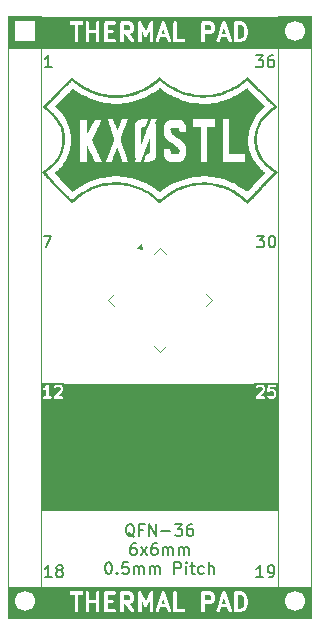
<source format=gto>
G04 #@! TF.GenerationSoftware,KiCad,Pcbnew,9.0.6*
G04 #@! TF.CreationDate,2026-01-08T15:28:10-06:00*
G04 #@! TF.ProjectId,QFN-36_6x6_P0.5,51464e2d-3336-45f3-9678-365f50302e35,rev?*
G04 #@! TF.SameCoordinates,Original*
G04 #@! TF.FileFunction,Legend,Top*
G04 #@! TF.FilePolarity,Positive*
%FSLAX46Y46*%
G04 Gerber Fmt 4.6, Leading zero omitted, Abs format (unit mm)*
G04 Created by KiCad (PCBNEW 9.0.6) date 2026-01-08 15:28:10*
%MOMM*%
%LPD*%
G01*
G04 APERTURE LIST*
G04 Aperture macros list*
%AMRoundRect*
0 Rectangle with rounded corners*
0 $1 Rounding radius*
0 $2 $3 $4 $5 $6 $7 $8 $9 X,Y pos of 4 corners*
0 Add a 4 corners polygon primitive as box body*
4,1,4,$2,$3,$4,$5,$6,$7,$8,$9,$2,$3,0*
0 Add four circle primitives for the rounded corners*
1,1,$1+$1,$2,$3*
1,1,$1+$1,$4,$5*
1,1,$1+$1,$6,$7*
1,1,$1+$1,$8,$9*
0 Add four rect primitives between the rounded corners*
20,1,$1+$1,$2,$3,$4,$5,0*
20,1,$1+$1,$4,$5,$6,$7,0*
20,1,$1+$1,$6,$7,$8,$9,0*
20,1,$1+$1,$8,$9,$2,$3,0*%
%AMRotRect*
0 Rectangle, with rotation*
0 The origin of the aperture is its center*
0 $1 length*
0 $2 width*
0 $3 Rotation angle, in degrees counterclockwise*
0 Add horizontal line*
21,1,$1,$2,0,0,$3*%
G04 Aperture macros list end*
%ADD10C,0.100000*%
%ADD11C,0.200000*%
%ADD12C,0.300000*%
%ADD13C,0.120000*%
%ADD14C,0.000000*%
%ADD15RoundRect,0.062500X-0.424264X0.335876X0.335876X-0.424264X0.424264X-0.335876X-0.335876X0.424264X0*%
%ADD16RoundRect,0.062500X-0.424264X-0.335876X-0.335876X-0.424264X0.424264X0.335876X0.335876X0.424264X0*%
%ADD17RotRect,3.700000X3.700000X315.000000*%
%ADD18C,1.700000*%
%ADD19R,1.700000X1.700000*%
G04 APERTURE END LIST*
D10*
X90043000Y-137264174D02*
X95123000Y-137264174D01*
X95123000Y-139931424D01*
X90043000Y-139931424D01*
X90043000Y-137264174D01*
G36*
X90043000Y-137264174D02*
G01*
X95123000Y-137264174D01*
X95123000Y-139931424D01*
X90043000Y-139931424D01*
X90043000Y-137264174D01*
G37*
X92837000Y-121486424D02*
X112903000Y-121486424D01*
X112903000Y-130802424D01*
X92837000Y-130802424D01*
X92837000Y-121486424D01*
G36*
X92837000Y-121486424D02*
G01*
X112903000Y-121486424D01*
X112903000Y-130802424D01*
X92837000Y-130802424D01*
X92837000Y-121486424D01*
G37*
X94809750Y-91265274D02*
X110608500Y-91265274D01*
X110608500Y-91671674D01*
X94809750Y-91671674D01*
X94809750Y-91265274D01*
G36*
X94809750Y-91265274D02*
G01*
X110608500Y-91265274D01*
X110608500Y-91671674D01*
X94809750Y-91671674D01*
X94809750Y-91265274D01*
G37*
X110481500Y-137264174D02*
X115680000Y-137264174D01*
X115680000Y-139931424D01*
X110481500Y-139931424D01*
X110481500Y-137264174D01*
G36*
X110481500Y-137264174D02*
G01*
X115680000Y-137264174D01*
X115680000Y-139931424D01*
X110481500Y-139931424D01*
X110481500Y-137264174D01*
G37*
X94225500Y-89004424D02*
X111167250Y-89004424D01*
X111167250Y-89233024D01*
X94225500Y-89233024D01*
X94225500Y-89004424D01*
G36*
X94225500Y-89004424D02*
G01*
X111167250Y-89004424D01*
X111167250Y-89233024D01*
X94225500Y-89233024D01*
X94225500Y-89004424D01*
G37*
X94860500Y-137264174D02*
X110913250Y-137264174D01*
X110913250Y-137492524D01*
X94860500Y-137492524D01*
X94860500Y-137264174D01*
G36*
X94860500Y-137264174D02*
G01*
X110913250Y-137264174D01*
X110913250Y-137492524D01*
X94860500Y-137492524D01*
X94860500Y-137264174D01*
G37*
X93920750Y-139525024D02*
X111624500Y-139525024D01*
X111624500Y-139931424D01*
X93920750Y-139931424D01*
X93920750Y-139525024D01*
G36*
X93920750Y-139525024D02*
G01*
X111624500Y-139525024D01*
X111624500Y-139931424D01*
X93920750Y-139931424D01*
X93920750Y-139525024D01*
G37*
X94802000Y-120077424D02*
X110858000Y-120077424D01*
X110858000Y-128764424D01*
X94802000Y-128764424D01*
X94802000Y-120077424D01*
G36*
X94802000Y-120077424D02*
G01*
X110858000Y-120077424D01*
X110858000Y-128764424D01*
X94802000Y-128764424D01*
X94802000Y-120077424D01*
G37*
X90043000Y-89004424D02*
X95123000Y-89004424D01*
X95123000Y-91671674D01*
X90043000Y-91671674D01*
X90043000Y-89004424D01*
G36*
X90043000Y-89004424D02*
G01*
X95123000Y-89004424D01*
X95123000Y-91671674D01*
X90043000Y-91671674D01*
X90043000Y-89004424D01*
G37*
X110494250Y-89004424D02*
X115680000Y-89004424D01*
X115680000Y-91671674D01*
X110494250Y-91671674D01*
X110494250Y-89004424D01*
G36*
X110494250Y-89004424D02*
G01*
X115680000Y-89004424D01*
X115680000Y-91671674D01*
X110494250Y-91671674D01*
X110494250Y-89004424D01*
G37*
D11*
G36*
X112861785Y-121451450D02*
G01*
X110870056Y-121451450D01*
X110870056Y-121220830D01*
X110981167Y-121220830D01*
X110981167Y-121259848D01*
X110996099Y-121295896D01*
X111023689Y-121323486D01*
X111059737Y-121338418D01*
X111079246Y-121340339D01*
X111698293Y-121340339D01*
X111717802Y-121338418D01*
X111753850Y-121323486D01*
X111781440Y-121295896D01*
X111796372Y-121259848D01*
X111796372Y-121220830D01*
X111781440Y-121184782D01*
X111753850Y-121157192D01*
X111717802Y-121142260D01*
X111698293Y-121140339D01*
X111320668Y-121140339D01*
X111721385Y-120739621D01*
X111732414Y-120726182D01*
X111979713Y-120726182D01*
X111981167Y-120731000D01*
X111981167Y-120736038D01*
X111986763Y-120749547D01*
X111990984Y-120763537D01*
X111994171Y-120767433D01*
X111996099Y-120772086D01*
X112006435Y-120782422D01*
X112015691Y-120793735D01*
X112020128Y-120796115D01*
X112023689Y-120799676D01*
X112037194Y-120805270D01*
X112050075Y-120812180D01*
X112055084Y-120812680D01*
X112059737Y-120814608D01*
X112074358Y-120814608D01*
X112088899Y-120816062D01*
X112093718Y-120814608D01*
X112098755Y-120814608D01*
X112112264Y-120809011D01*
X112126254Y-120804791D01*
X112130150Y-120801603D01*
X112134803Y-120799676D01*
X112149957Y-120787240D01*
X112186100Y-120751095D01*
X112245710Y-120721291D01*
X112436591Y-120721291D01*
X112496200Y-120751096D01*
X112520869Y-120775764D01*
X112550674Y-120835374D01*
X112550674Y-121026255D01*
X112520869Y-121085863D01*
X112496200Y-121110533D01*
X112436591Y-121140339D01*
X112245710Y-121140339D01*
X112186100Y-121110534D01*
X112149957Y-121074390D01*
X112134804Y-121061953D01*
X112098756Y-121047022D01*
X112059738Y-121047021D01*
X112023689Y-121061952D01*
X111996099Y-121089542D01*
X111981168Y-121125590D01*
X111981167Y-121164608D01*
X111996098Y-121200657D01*
X112008535Y-121215810D01*
X112056153Y-121263430D01*
X112063821Y-121269723D01*
X112065553Y-121271720D01*
X112068561Y-121273613D01*
X112071307Y-121275867D01*
X112073747Y-121276877D01*
X112082144Y-121282163D01*
X112177381Y-121329782D01*
X112195690Y-121336788D01*
X112199273Y-121337042D01*
X112202594Y-121338418D01*
X112222103Y-121340339D01*
X112460198Y-121340339D01*
X112479707Y-121338418D01*
X112483027Y-121337042D01*
X112486611Y-121336788D01*
X112504919Y-121329782D01*
X112600157Y-121282163D01*
X112608552Y-121276878D01*
X112610994Y-121275867D01*
X112613741Y-121273611D01*
X112616747Y-121271720D01*
X112618477Y-121269725D01*
X112626147Y-121263430D01*
X112673766Y-121215810D01*
X112680058Y-121208143D01*
X112682055Y-121206412D01*
X112683948Y-121203404D01*
X112686203Y-121200657D01*
X112687214Y-121198215D01*
X112692498Y-121189821D01*
X112740117Y-121094584D01*
X112747123Y-121076275D01*
X112747377Y-121072691D01*
X112748753Y-121069371D01*
X112750674Y-121049862D01*
X112750674Y-120811767D01*
X112748753Y-120792258D01*
X112747377Y-120788937D01*
X112747123Y-120785354D01*
X112740117Y-120767045D01*
X112692498Y-120671808D01*
X112687212Y-120663411D01*
X112686202Y-120660971D01*
X112683948Y-120658225D01*
X112682055Y-120655217D01*
X112680057Y-120653484D01*
X112673765Y-120645818D01*
X112626147Y-120598199D01*
X112618476Y-120591904D01*
X112616747Y-120589910D01*
X112613739Y-120588016D01*
X112610993Y-120585763D01*
X112608553Y-120584752D01*
X112600157Y-120579467D01*
X112504919Y-120531848D01*
X112486611Y-120524842D01*
X112483027Y-120524587D01*
X112479707Y-120523212D01*
X112460198Y-120521291D01*
X112222103Y-120521291D01*
X112202594Y-120523212D01*
X112199273Y-120524587D01*
X112198936Y-120524611D01*
X112217364Y-120340339D01*
X112603055Y-120340339D01*
X112622564Y-120338418D01*
X112658612Y-120323486D01*
X112686202Y-120295896D01*
X112701134Y-120259848D01*
X112701134Y-120220830D01*
X112686202Y-120184782D01*
X112658612Y-120157192D01*
X112622564Y-120142260D01*
X112603055Y-120140339D01*
X112126865Y-120140339D01*
X112119648Y-120141049D01*
X112117212Y-120140806D01*
X112114833Y-120141523D01*
X112107356Y-120142260D01*
X112093846Y-120147856D01*
X112079857Y-120152077D01*
X112075960Y-120155264D01*
X112071308Y-120157192D01*
X112060971Y-120167528D01*
X112049659Y-120176784D01*
X112047278Y-120181221D01*
X112043718Y-120184782D01*
X112038123Y-120198287D01*
X112031214Y-120211168D01*
X112029737Y-120218532D01*
X112028786Y-120220830D01*
X112028786Y-120223280D01*
X112027361Y-120230389D01*
X111979742Y-120706579D01*
X111979713Y-120726182D01*
X111732414Y-120726182D01*
X111733821Y-120724467D01*
X111735195Y-120721148D01*
X111737551Y-120718433D01*
X111745542Y-120700533D01*
X111793161Y-120557676D01*
X111795360Y-120548003D01*
X111796372Y-120545562D01*
X111796720Y-120542024D01*
X111797508Y-120538561D01*
X111797320Y-120535926D01*
X111798293Y-120526053D01*
X111798293Y-120430815D01*
X111796372Y-120411306D01*
X111794996Y-120407985D01*
X111794742Y-120404402D01*
X111787736Y-120386093D01*
X111740117Y-120290856D01*
X111734831Y-120282459D01*
X111733821Y-120280019D01*
X111731567Y-120277273D01*
X111729674Y-120274265D01*
X111727676Y-120272532D01*
X111721384Y-120264866D01*
X111673766Y-120217247D01*
X111666095Y-120210952D01*
X111664366Y-120208958D01*
X111661358Y-120207064D01*
X111658612Y-120204811D01*
X111656172Y-120203800D01*
X111647776Y-120198515D01*
X111552538Y-120150896D01*
X111534230Y-120143890D01*
X111530646Y-120143635D01*
X111527326Y-120142260D01*
X111507817Y-120140339D01*
X111269722Y-120140339D01*
X111250213Y-120142260D01*
X111246892Y-120143635D01*
X111243309Y-120143890D01*
X111225000Y-120150896D01*
X111129763Y-120198515D01*
X111121366Y-120203800D01*
X111118926Y-120204811D01*
X111116180Y-120207064D01*
X111113172Y-120208958D01*
X111111439Y-120210955D01*
X111103773Y-120217248D01*
X111056154Y-120264866D01*
X111043718Y-120280020D01*
X111028786Y-120316068D01*
X111028786Y-120355086D01*
X111043718Y-120391134D01*
X111071308Y-120418724D01*
X111107356Y-120433656D01*
X111146374Y-120433656D01*
X111182422Y-120418724D01*
X111197576Y-120406288D01*
X111233719Y-120370143D01*
X111293329Y-120340339D01*
X111484210Y-120340339D01*
X111543819Y-120370144D01*
X111568488Y-120394812D01*
X111598293Y-120454422D01*
X111598293Y-120509826D01*
X111563271Y-120614890D01*
X111008535Y-121169628D01*
X110996099Y-121184782D01*
X110981167Y-121220830D01*
X110870056Y-121220830D01*
X110870056Y-120029228D01*
X112861785Y-120029228D01*
X112861785Y-121451450D01*
G37*
X111009517Y-92266643D02*
X111628564Y-92266643D01*
X111628564Y-92266643D02*
X111295231Y-92647595D01*
X111295231Y-92647595D02*
X111438088Y-92647595D01*
X111438088Y-92647595D02*
X111533326Y-92695214D01*
X111533326Y-92695214D02*
X111580945Y-92742833D01*
X111580945Y-92742833D02*
X111628564Y-92838071D01*
X111628564Y-92838071D02*
X111628564Y-93076166D01*
X111628564Y-93076166D02*
X111580945Y-93171404D01*
X111580945Y-93171404D02*
X111533326Y-93219024D01*
X111533326Y-93219024D02*
X111438088Y-93266643D01*
X111438088Y-93266643D02*
X111152374Y-93266643D01*
X111152374Y-93266643D02*
X111057136Y-93219024D01*
X111057136Y-93219024D02*
X111009517Y-93171404D01*
X112485707Y-92266643D02*
X112295231Y-92266643D01*
X112295231Y-92266643D02*
X112199993Y-92314262D01*
X112199993Y-92314262D02*
X112152374Y-92361881D01*
X112152374Y-92361881D02*
X112057136Y-92504738D01*
X112057136Y-92504738D02*
X112009517Y-92695214D01*
X112009517Y-92695214D02*
X112009517Y-93076166D01*
X112009517Y-93076166D02*
X112057136Y-93171404D01*
X112057136Y-93171404D02*
X112104755Y-93219024D01*
X112104755Y-93219024D02*
X112199993Y-93266643D01*
X112199993Y-93266643D02*
X112390469Y-93266643D01*
X112390469Y-93266643D02*
X112485707Y-93219024D01*
X112485707Y-93219024D02*
X112533326Y-93171404D01*
X112533326Y-93171404D02*
X112580945Y-93076166D01*
X112580945Y-93076166D02*
X112580945Y-92838071D01*
X112580945Y-92838071D02*
X112533326Y-92742833D01*
X112533326Y-92742833D02*
X112485707Y-92695214D01*
X112485707Y-92695214D02*
X112390469Y-92647595D01*
X112390469Y-92647595D02*
X112199993Y-92647595D01*
X112199993Y-92647595D02*
X112104755Y-92695214D01*
X112104755Y-92695214D02*
X112057136Y-92742833D01*
X112057136Y-92742833D02*
X112009517Y-92838071D01*
X111628564Y-136446643D02*
X111057136Y-136446643D01*
X111342850Y-136446643D02*
X111342850Y-135446643D01*
X111342850Y-135446643D02*
X111247612Y-135589500D01*
X111247612Y-135589500D02*
X111152374Y-135684738D01*
X111152374Y-135684738D02*
X111057136Y-135732357D01*
X112104755Y-136446643D02*
X112295231Y-136446643D01*
X112295231Y-136446643D02*
X112390469Y-136399024D01*
X112390469Y-136399024D02*
X112438088Y-136351404D01*
X112438088Y-136351404D02*
X112533326Y-136208547D01*
X112533326Y-136208547D02*
X112580945Y-136018071D01*
X112580945Y-136018071D02*
X112580945Y-135637119D01*
X112580945Y-135637119D02*
X112533326Y-135541881D01*
X112533326Y-135541881D02*
X112485707Y-135494262D01*
X112485707Y-135494262D02*
X112390469Y-135446643D01*
X112390469Y-135446643D02*
X112199993Y-135446643D01*
X112199993Y-135446643D02*
X112104755Y-135494262D01*
X112104755Y-135494262D02*
X112057136Y-135541881D01*
X112057136Y-135541881D02*
X112009517Y-135637119D01*
X112009517Y-135637119D02*
X112009517Y-135875214D01*
X112009517Y-135875214D02*
X112057136Y-135970452D01*
X112057136Y-135970452D02*
X112104755Y-136018071D01*
X112104755Y-136018071D02*
X112199993Y-136065690D01*
X112199993Y-136065690D02*
X112390469Y-136065690D01*
X112390469Y-136065690D02*
X112485707Y-136018071D01*
X112485707Y-136018071D02*
X112533326Y-135970452D01*
X112533326Y-135970452D02*
X112580945Y-135875214D01*
X93034435Y-107536643D02*
X93701101Y-107536643D01*
X93701101Y-107536643D02*
X93272530Y-108536643D01*
X100727142Y-133049812D02*
X100631904Y-133002193D01*
X100631904Y-133002193D02*
X100536666Y-132906955D01*
X100536666Y-132906955D02*
X100393809Y-132764097D01*
X100393809Y-132764097D02*
X100298571Y-132716478D01*
X100298571Y-132716478D02*
X100203333Y-132716478D01*
X100250952Y-132954574D02*
X100155714Y-132906955D01*
X100155714Y-132906955D02*
X100060476Y-132811716D01*
X100060476Y-132811716D02*
X100012857Y-132621240D01*
X100012857Y-132621240D02*
X100012857Y-132287907D01*
X100012857Y-132287907D02*
X100060476Y-132097431D01*
X100060476Y-132097431D02*
X100155714Y-132002193D01*
X100155714Y-132002193D02*
X100250952Y-131954574D01*
X100250952Y-131954574D02*
X100441428Y-131954574D01*
X100441428Y-131954574D02*
X100536666Y-132002193D01*
X100536666Y-132002193D02*
X100631904Y-132097431D01*
X100631904Y-132097431D02*
X100679523Y-132287907D01*
X100679523Y-132287907D02*
X100679523Y-132621240D01*
X100679523Y-132621240D02*
X100631904Y-132811716D01*
X100631904Y-132811716D02*
X100536666Y-132906955D01*
X100536666Y-132906955D02*
X100441428Y-132954574D01*
X100441428Y-132954574D02*
X100250952Y-132954574D01*
X101441428Y-132430764D02*
X101108095Y-132430764D01*
X101108095Y-132954574D02*
X101108095Y-131954574D01*
X101108095Y-131954574D02*
X101584285Y-131954574D01*
X101965238Y-132954574D02*
X101965238Y-131954574D01*
X101965238Y-131954574D02*
X102536666Y-132954574D01*
X102536666Y-132954574D02*
X102536666Y-131954574D01*
X103012857Y-132573621D02*
X103774762Y-132573621D01*
X104155714Y-131954574D02*
X104774761Y-131954574D01*
X104774761Y-131954574D02*
X104441428Y-132335526D01*
X104441428Y-132335526D02*
X104584285Y-132335526D01*
X104584285Y-132335526D02*
X104679523Y-132383145D01*
X104679523Y-132383145D02*
X104727142Y-132430764D01*
X104727142Y-132430764D02*
X104774761Y-132526002D01*
X104774761Y-132526002D02*
X104774761Y-132764097D01*
X104774761Y-132764097D02*
X104727142Y-132859335D01*
X104727142Y-132859335D02*
X104679523Y-132906955D01*
X104679523Y-132906955D02*
X104584285Y-132954574D01*
X104584285Y-132954574D02*
X104298571Y-132954574D01*
X104298571Y-132954574D02*
X104203333Y-132906955D01*
X104203333Y-132906955D02*
X104155714Y-132859335D01*
X105631904Y-131954574D02*
X105441428Y-131954574D01*
X105441428Y-131954574D02*
X105346190Y-132002193D01*
X105346190Y-132002193D02*
X105298571Y-132049812D01*
X105298571Y-132049812D02*
X105203333Y-132192669D01*
X105203333Y-132192669D02*
X105155714Y-132383145D01*
X105155714Y-132383145D02*
X105155714Y-132764097D01*
X105155714Y-132764097D02*
X105203333Y-132859335D01*
X105203333Y-132859335D02*
X105250952Y-132906955D01*
X105250952Y-132906955D02*
X105346190Y-132954574D01*
X105346190Y-132954574D02*
X105536666Y-132954574D01*
X105536666Y-132954574D02*
X105631904Y-132906955D01*
X105631904Y-132906955D02*
X105679523Y-132859335D01*
X105679523Y-132859335D02*
X105727142Y-132764097D01*
X105727142Y-132764097D02*
X105727142Y-132526002D01*
X105727142Y-132526002D02*
X105679523Y-132430764D01*
X105679523Y-132430764D02*
X105631904Y-132383145D01*
X105631904Y-132383145D02*
X105536666Y-132335526D01*
X105536666Y-132335526D02*
X105346190Y-132335526D01*
X105346190Y-132335526D02*
X105250952Y-132383145D01*
X105250952Y-132383145D02*
X105203333Y-132430764D01*
X105203333Y-132430764D02*
X105155714Y-132526002D01*
X100846190Y-133564518D02*
X100655714Y-133564518D01*
X100655714Y-133564518D02*
X100560476Y-133612137D01*
X100560476Y-133612137D02*
X100512857Y-133659756D01*
X100512857Y-133659756D02*
X100417619Y-133802613D01*
X100417619Y-133802613D02*
X100370000Y-133993089D01*
X100370000Y-133993089D02*
X100370000Y-134374041D01*
X100370000Y-134374041D02*
X100417619Y-134469279D01*
X100417619Y-134469279D02*
X100465238Y-134516899D01*
X100465238Y-134516899D02*
X100560476Y-134564518D01*
X100560476Y-134564518D02*
X100750952Y-134564518D01*
X100750952Y-134564518D02*
X100846190Y-134516899D01*
X100846190Y-134516899D02*
X100893809Y-134469279D01*
X100893809Y-134469279D02*
X100941428Y-134374041D01*
X100941428Y-134374041D02*
X100941428Y-134135946D01*
X100941428Y-134135946D02*
X100893809Y-134040708D01*
X100893809Y-134040708D02*
X100846190Y-133993089D01*
X100846190Y-133993089D02*
X100750952Y-133945470D01*
X100750952Y-133945470D02*
X100560476Y-133945470D01*
X100560476Y-133945470D02*
X100465238Y-133993089D01*
X100465238Y-133993089D02*
X100417619Y-134040708D01*
X100417619Y-134040708D02*
X100370000Y-134135946D01*
X101274762Y-134564518D02*
X101798571Y-133897851D01*
X101274762Y-133897851D02*
X101798571Y-134564518D01*
X102608095Y-133564518D02*
X102417619Y-133564518D01*
X102417619Y-133564518D02*
X102322381Y-133612137D01*
X102322381Y-133612137D02*
X102274762Y-133659756D01*
X102274762Y-133659756D02*
X102179524Y-133802613D01*
X102179524Y-133802613D02*
X102131905Y-133993089D01*
X102131905Y-133993089D02*
X102131905Y-134374041D01*
X102131905Y-134374041D02*
X102179524Y-134469279D01*
X102179524Y-134469279D02*
X102227143Y-134516899D01*
X102227143Y-134516899D02*
X102322381Y-134564518D01*
X102322381Y-134564518D02*
X102512857Y-134564518D01*
X102512857Y-134564518D02*
X102608095Y-134516899D01*
X102608095Y-134516899D02*
X102655714Y-134469279D01*
X102655714Y-134469279D02*
X102703333Y-134374041D01*
X102703333Y-134374041D02*
X102703333Y-134135946D01*
X102703333Y-134135946D02*
X102655714Y-134040708D01*
X102655714Y-134040708D02*
X102608095Y-133993089D01*
X102608095Y-133993089D02*
X102512857Y-133945470D01*
X102512857Y-133945470D02*
X102322381Y-133945470D01*
X102322381Y-133945470D02*
X102227143Y-133993089D01*
X102227143Y-133993089D02*
X102179524Y-134040708D01*
X102179524Y-134040708D02*
X102131905Y-134135946D01*
X103131905Y-134564518D02*
X103131905Y-133897851D01*
X103131905Y-133993089D02*
X103179524Y-133945470D01*
X103179524Y-133945470D02*
X103274762Y-133897851D01*
X103274762Y-133897851D02*
X103417619Y-133897851D01*
X103417619Y-133897851D02*
X103512857Y-133945470D01*
X103512857Y-133945470D02*
X103560476Y-134040708D01*
X103560476Y-134040708D02*
X103560476Y-134564518D01*
X103560476Y-134040708D02*
X103608095Y-133945470D01*
X103608095Y-133945470D02*
X103703333Y-133897851D01*
X103703333Y-133897851D02*
X103846190Y-133897851D01*
X103846190Y-133897851D02*
X103941429Y-133945470D01*
X103941429Y-133945470D02*
X103989048Y-134040708D01*
X103989048Y-134040708D02*
X103989048Y-134564518D01*
X104465238Y-134564518D02*
X104465238Y-133897851D01*
X104465238Y-133993089D02*
X104512857Y-133945470D01*
X104512857Y-133945470D02*
X104608095Y-133897851D01*
X104608095Y-133897851D02*
X104750952Y-133897851D01*
X104750952Y-133897851D02*
X104846190Y-133945470D01*
X104846190Y-133945470D02*
X104893809Y-134040708D01*
X104893809Y-134040708D02*
X104893809Y-134564518D01*
X104893809Y-134040708D02*
X104941428Y-133945470D01*
X104941428Y-133945470D02*
X105036666Y-133897851D01*
X105036666Y-133897851D02*
X105179523Y-133897851D01*
X105179523Y-133897851D02*
X105274762Y-133945470D01*
X105274762Y-133945470D02*
X105322381Y-134040708D01*
X105322381Y-134040708D02*
X105322381Y-134564518D01*
X98489048Y-135174462D02*
X98584286Y-135174462D01*
X98584286Y-135174462D02*
X98679524Y-135222081D01*
X98679524Y-135222081D02*
X98727143Y-135269700D01*
X98727143Y-135269700D02*
X98774762Y-135364938D01*
X98774762Y-135364938D02*
X98822381Y-135555414D01*
X98822381Y-135555414D02*
X98822381Y-135793509D01*
X98822381Y-135793509D02*
X98774762Y-135983985D01*
X98774762Y-135983985D02*
X98727143Y-136079223D01*
X98727143Y-136079223D02*
X98679524Y-136126843D01*
X98679524Y-136126843D02*
X98584286Y-136174462D01*
X98584286Y-136174462D02*
X98489048Y-136174462D01*
X98489048Y-136174462D02*
X98393810Y-136126843D01*
X98393810Y-136126843D02*
X98346191Y-136079223D01*
X98346191Y-136079223D02*
X98298572Y-135983985D01*
X98298572Y-135983985D02*
X98250953Y-135793509D01*
X98250953Y-135793509D02*
X98250953Y-135555414D01*
X98250953Y-135555414D02*
X98298572Y-135364938D01*
X98298572Y-135364938D02*
X98346191Y-135269700D01*
X98346191Y-135269700D02*
X98393810Y-135222081D01*
X98393810Y-135222081D02*
X98489048Y-135174462D01*
X99250953Y-136079223D02*
X99298572Y-136126843D01*
X99298572Y-136126843D02*
X99250953Y-136174462D01*
X99250953Y-136174462D02*
X99203334Y-136126843D01*
X99203334Y-136126843D02*
X99250953Y-136079223D01*
X99250953Y-136079223D02*
X99250953Y-136174462D01*
X100203333Y-135174462D02*
X99727143Y-135174462D01*
X99727143Y-135174462D02*
X99679524Y-135650652D01*
X99679524Y-135650652D02*
X99727143Y-135603033D01*
X99727143Y-135603033D02*
X99822381Y-135555414D01*
X99822381Y-135555414D02*
X100060476Y-135555414D01*
X100060476Y-135555414D02*
X100155714Y-135603033D01*
X100155714Y-135603033D02*
X100203333Y-135650652D01*
X100203333Y-135650652D02*
X100250952Y-135745890D01*
X100250952Y-135745890D02*
X100250952Y-135983985D01*
X100250952Y-135983985D02*
X100203333Y-136079223D01*
X100203333Y-136079223D02*
X100155714Y-136126843D01*
X100155714Y-136126843D02*
X100060476Y-136174462D01*
X100060476Y-136174462D02*
X99822381Y-136174462D01*
X99822381Y-136174462D02*
X99727143Y-136126843D01*
X99727143Y-136126843D02*
X99679524Y-136079223D01*
X100679524Y-136174462D02*
X100679524Y-135507795D01*
X100679524Y-135603033D02*
X100727143Y-135555414D01*
X100727143Y-135555414D02*
X100822381Y-135507795D01*
X100822381Y-135507795D02*
X100965238Y-135507795D01*
X100965238Y-135507795D02*
X101060476Y-135555414D01*
X101060476Y-135555414D02*
X101108095Y-135650652D01*
X101108095Y-135650652D02*
X101108095Y-136174462D01*
X101108095Y-135650652D02*
X101155714Y-135555414D01*
X101155714Y-135555414D02*
X101250952Y-135507795D01*
X101250952Y-135507795D02*
X101393809Y-135507795D01*
X101393809Y-135507795D02*
X101489048Y-135555414D01*
X101489048Y-135555414D02*
X101536667Y-135650652D01*
X101536667Y-135650652D02*
X101536667Y-136174462D01*
X102012857Y-136174462D02*
X102012857Y-135507795D01*
X102012857Y-135603033D02*
X102060476Y-135555414D01*
X102060476Y-135555414D02*
X102155714Y-135507795D01*
X102155714Y-135507795D02*
X102298571Y-135507795D01*
X102298571Y-135507795D02*
X102393809Y-135555414D01*
X102393809Y-135555414D02*
X102441428Y-135650652D01*
X102441428Y-135650652D02*
X102441428Y-136174462D01*
X102441428Y-135650652D02*
X102489047Y-135555414D01*
X102489047Y-135555414D02*
X102584285Y-135507795D01*
X102584285Y-135507795D02*
X102727142Y-135507795D01*
X102727142Y-135507795D02*
X102822381Y-135555414D01*
X102822381Y-135555414D02*
X102870000Y-135650652D01*
X102870000Y-135650652D02*
X102870000Y-136174462D01*
X104108095Y-136174462D02*
X104108095Y-135174462D01*
X104108095Y-135174462D02*
X104489047Y-135174462D01*
X104489047Y-135174462D02*
X104584285Y-135222081D01*
X104584285Y-135222081D02*
X104631904Y-135269700D01*
X104631904Y-135269700D02*
X104679523Y-135364938D01*
X104679523Y-135364938D02*
X104679523Y-135507795D01*
X104679523Y-135507795D02*
X104631904Y-135603033D01*
X104631904Y-135603033D02*
X104584285Y-135650652D01*
X104584285Y-135650652D02*
X104489047Y-135698271D01*
X104489047Y-135698271D02*
X104108095Y-135698271D01*
X105108095Y-136174462D02*
X105108095Y-135507795D01*
X105108095Y-135174462D02*
X105060476Y-135222081D01*
X105060476Y-135222081D02*
X105108095Y-135269700D01*
X105108095Y-135269700D02*
X105155714Y-135222081D01*
X105155714Y-135222081D02*
X105108095Y-135174462D01*
X105108095Y-135174462D02*
X105108095Y-135269700D01*
X105441428Y-135507795D02*
X105822380Y-135507795D01*
X105584285Y-135174462D02*
X105584285Y-136031604D01*
X105584285Y-136031604D02*
X105631904Y-136126843D01*
X105631904Y-136126843D02*
X105727142Y-136174462D01*
X105727142Y-136174462D02*
X105822380Y-136174462D01*
X106584285Y-136126843D02*
X106489047Y-136174462D01*
X106489047Y-136174462D02*
X106298571Y-136174462D01*
X106298571Y-136174462D02*
X106203333Y-136126843D01*
X106203333Y-136126843D02*
X106155714Y-136079223D01*
X106155714Y-136079223D02*
X106108095Y-135983985D01*
X106108095Y-135983985D02*
X106108095Y-135698271D01*
X106108095Y-135698271D02*
X106155714Y-135603033D01*
X106155714Y-135603033D02*
X106203333Y-135555414D01*
X106203333Y-135555414D02*
X106298571Y-135507795D01*
X106298571Y-135507795D02*
X106489047Y-135507795D01*
X106489047Y-135507795D02*
X106584285Y-135555414D01*
X107012857Y-136174462D02*
X107012857Y-135174462D01*
X107441428Y-136174462D02*
X107441428Y-135650652D01*
X107441428Y-135650652D02*
X107393809Y-135555414D01*
X107393809Y-135555414D02*
X107298571Y-135507795D01*
X107298571Y-135507795D02*
X107155714Y-135507795D01*
X107155714Y-135507795D02*
X107060476Y-135555414D01*
X107060476Y-135555414D02*
X107012857Y-135603033D01*
G36*
X94806974Y-121447754D02*
G01*
X92861728Y-121447754D01*
X92861728Y-120509850D01*
X92972839Y-120509850D01*
X92975605Y-120548770D01*
X92993054Y-120583669D01*
X93022531Y-120609233D01*
X93059547Y-120621572D01*
X93098467Y-120618806D01*
X93116775Y-120611800D01*
X93212013Y-120564181D01*
X93220409Y-120558895D01*
X93222849Y-120557885D01*
X93225595Y-120555631D01*
X93228603Y-120553738D01*
X93230332Y-120551743D01*
X93238003Y-120545449D01*
X93257768Y-120525684D01*
X93257768Y-121136643D01*
X93072054Y-121136643D01*
X93052545Y-121138564D01*
X93016497Y-121153496D01*
X92988907Y-121181086D01*
X92973975Y-121217134D01*
X92973975Y-121256152D01*
X92988907Y-121292200D01*
X93016497Y-121319790D01*
X93052545Y-121334722D01*
X93072054Y-121336643D01*
X93643482Y-121336643D01*
X93662991Y-121334722D01*
X93699039Y-121319790D01*
X93726629Y-121292200D01*
X93741561Y-121256152D01*
X93741561Y-121217134D01*
X93878737Y-121217134D01*
X93878737Y-121256152D01*
X93893669Y-121292200D01*
X93921259Y-121319790D01*
X93957307Y-121334722D01*
X93976816Y-121336643D01*
X94595863Y-121336643D01*
X94615372Y-121334722D01*
X94651420Y-121319790D01*
X94679010Y-121292200D01*
X94693942Y-121256152D01*
X94693942Y-121217134D01*
X94679010Y-121181086D01*
X94651420Y-121153496D01*
X94615372Y-121138564D01*
X94595863Y-121136643D01*
X94218238Y-121136643D01*
X94618955Y-120735925D01*
X94631391Y-120720771D01*
X94632765Y-120717452D01*
X94635121Y-120714737D01*
X94643112Y-120696837D01*
X94690731Y-120553980D01*
X94692930Y-120544307D01*
X94693942Y-120541866D01*
X94694290Y-120538328D01*
X94695078Y-120534865D01*
X94694890Y-120532230D01*
X94695863Y-120522357D01*
X94695863Y-120427119D01*
X94693942Y-120407610D01*
X94692566Y-120404289D01*
X94692312Y-120400706D01*
X94685306Y-120382397D01*
X94637687Y-120287160D01*
X94632401Y-120278763D01*
X94631391Y-120276323D01*
X94629137Y-120273577D01*
X94627244Y-120270569D01*
X94625246Y-120268836D01*
X94618954Y-120261170D01*
X94571336Y-120213551D01*
X94563665Y-120207256D01*
X94561936Y-120205262D01*
X94558928Y-120203368D01*
X94556182Y-120201115D01*
X94553742Y-120200104D01*
X94545346Y-120194819D01*
X94450108Y-120147200D01*
X94431800Y-120140194D01*
X94428216Y-120139939D01*
X94424896Y-120138564D01*
X94405387Y-120136643D01*
X94167292Y-120136643D01*
X94147783Y-120138564D01*
X94144462Y-120139939D01*
X94140879Y-120140194D01*
X94122570Y-120147200D01*
X94027333Y-120194819D01*
X94018936Y-120200104D01*
X94016496Y-120201115D01*
X94013750Y-120203368D01*
X94010742Y-120205262D01*
X94009009Y-120207259D01*
X94001343Y-120213552D01*
X93953724Y-120261170D01*
X93941288Y-120276324D01*
X93926356Y-120312372D01*
X93926356Y-120351390D01*
X93941288Y-120387438D01*
X93968878Y-120415028D01*
X94004926Y-120429960D01*
X94043944Y-120429960D01*
X94079992Y-120415028D01*
X94095146Y-120402592D01*
X94131289Y-120366447D01*
X94190899Y-120336643D01*
X94381780Y-120336643D01*
X94441389Y-120366448D01*
X94466058Y-120391116D01*
X94495863Y-120450726D01*
X94495863Y-120506130D01*
X94460841Y-120611194D01*
X93906105Y-121165932D01*
X93893669Y-121181086D01*
X93878737Y-121217134D01*
X93741561Y-121217134D01*
X93726629Y-121181086D01*
X93699039Y-121153496D01*
X93662991Y-121138564D01*
X93643482Y-121136643D01*
X93457768Y-121136643D01*
X93457768Y-120236643D01*
X93457761Y-120236572D01*
X93457768Y-120236538D01*
X93457747Y-120236436D01*
X93455847Y-120217134D01*
X93452057Y-120207985D01*
X93450116Y-120198278D01*
X93444664Y-120190137D01*
X93440915Y-120181086D01*
X93433915Y-120174086D01*
X93428405Y-120165858D01*
X93420250Y-120160421D01*
X93413325Y-120153496D01*
X93404181Y-120149708D01*
X93395940Y-120144214D01*
X93386326Y-120142312D01*
X93377277Y-120138564D01*
X93367376Y-120138564D01*
X93357664Y-120136643D01*
X93348059Y-120138564D01*
X93338259Y-120138564D01*
X93329110Y-120142353D01*
X93319403Y-120144295D01*
X93311262Y-120149746D01*
X93302211Y-120153496D01*
X93295211Y-120160495D01*
X93286983Y-120166006D01*
X93274694Y-120181012D01*
X93274621Y-120181086D01*
X93274607Y-120181118D01*
X93274563Y-120181173D01*
X93184819Y-120315789D01*
X93108055Y-120392552D01*
X93027333Y-120432914D01*
X93010742Y-120443357D01*
X92985178Y-120472834D01*
X92972839Y-120509850D01*
X92861728Y-120509850D01*
X92861728Y-120025532D01*
X94806974Y-120025532D01*
X94806974Y-121447754D01*
G37*
D12*
G36*
X109816186Y-137978660D02*
G01*
X109916793Y-138079267D01*
X109969972Y-138185626D01*
X110032928Y-138437447D01*
X110032928Y-138614806D01*
X109969972Y-138866627D01*
X109916793Y-138972987D01*
X109816187Y-139073593D01*
X109658585Y-139126127D01*
X109475785Y-139126127D01*
X109475785Y-137926127D01*
X109658588Y-137926127D01*
X109816186Y-137978660D01*
G37*
G36*
X100308361Y-137970834D02*
G01*
X100345365Y-138007838D01*
X100390071Y-138097250D01*
X100390071Y-138240717D01*
X100345364Y-138330130D01*
X100308359Y-138367135D01*
X100218947Y-138411841D01*
X99832928Y-138411841D01*
X99832928Y-137926127D01*
X100218947Y-137926127D01*
X100308361Y-137970834D01*
G37*
G36*
X103331959Y-138697556D02*
G01*
X103033900Y-138697556D01*
X103182929Y-138250468D01*
X103331959Y-138697556D01*
G37*
G36*
X108474816Y-138697556D02*
G01*
X108176757Y-138697556D01*
X108325786Y-138250468D01*
X108474816Y-138697556D01*
G37*
G36*
X107165504Y-137970834D02*
G01*
X107202508Y-138007838D01*
X107247214Y-138097250D01*
X107247214Y-138240717D01*
X107202507Y-138330130D01*
X107165502Y-138367135D01*
X107076090Y-138411841D01*
X106690071Y-138411841D01*
X106690071Y-137926127D01*
X107076090Y-137926127D01*
X107165504Y-137970834D01*
G37*
G36*
X110499595Y-139592794D02*
G01*
X95083429Y-139592794D01*
X95083429Y-137746863D01*
X95250096Y-137746863D01*
X95250096Y-137805391D01*
X95272494Y-137859463D01*
X95313878Y-137900847D01*
X95367950Y-137923245D01*
X95397214Y-137926127D01*
X95675785Y-137926127D01*
X95675785Y-139276127D01*
X95678667Y-139305391D01*
X95701065Y-139359463D01*
X95742449Y-139400847D01*
X95796521Y-139423245D01*
X95855049Y-139423245D01*
X95909121Y-139400847D01*
X95950505Y-139359463D01*
X95972903Y-139305391D01*
X95975785Y-139276127D01*
X95975785Y-137926127D01*
X96254357Y-137926127D01*
X96283621Y-137923245D01*
X96337693Y-137900847D01*
X96379077Y-137859463D01*
X96401475Y-137805391D01*
X96401475Y-137776127D01*
X96604356Y-137776127D01*
X96604356Y-139276127D01*
X96607238Y-139305391D01*
X96629636Y-139359463D01*
X96671020Y-139400847D01*
X96725092Y-139423245D01*
X96783620Y-139423245D01*
X96837692Y-139400847D01*
X96879076Y-139359463D01*
X96901474Y-139305391D01*
X96904356Y-139276127D01*
X96904356Y-138640413D01*
X97461499Y-138640413D01*
X97461499Y-139276127D01*
X97464381Y-139305391D01*
X97486779Y-139359463D01*
X97528163Y-139400847D01*
X97582235Y-139423245D01*
X97640763Y-139423245D01*
X97694835Y-139400847D01*
X97736219Y-139359463D01*
X97758617Y-139305391D01*
X97761499Y-139276127D01*
X97761499Y-137776127D01*
X98175785Y-137776127D01*
X98175785Y-139276127D01*
X98178667Y-139305391D01*
X98201065Y-139359463D01*
X98242449Y-139400847D01*
X98296521Y-139423245D01*
X98325785Y-139426127D01*
X99040071Y-139426127D01*
X99069335Y-139423245D01*
X99123407Y-139400847D01*
X99164791Y-139359463D01*
X99187189Y-139305391D01*
X99187189Y-139246863D01*
X99164791Y-139192791D01*
X99123407Y-139151407D01*
X99069335Y-139129009D01*
X99040071Y-139126127D01*
X98475785Y-139126127D01*
X98475785Y-138640413D01*
X98825785Y-138640413D01*
X98855049Y-138637531D01*
X98909121Y-138615133D01*
X98950505Y-138573749D01*
X98972903Y-138519677D01*
X98972903Y-138461149D01*
X98950505Y-138407077D01*
X98909121Y-138365693D01*
X98855049Y-138343295D01*
X98825785Y-138340413D01*
X98475785Y-138340413D01*
X98475785Y-137926127D01*
X99040071Y-137926127D01*
X99069335Y-137923245D01*
X99123407Y-137900847D01*
X99164791Y-137859463D01*
X99187189Y-137805391D01*
X99187189Y-137776127D01*
X99532928Y-137776127D01*
X99532928Y-139276127D01*
X99535810Y-139305391D01*
X99558208Y-139359463D01*
X99599592Y-139400847D01*
X99653664Y-139423245D01*
X99712192Y-139423245D01*
X99766264Y-139400847D01*
X99807648Y-139359463D01*
X99830046Y-139305391D01*
X99832928Y-139276127D01*
X99832928Y-138711841D01*
X99961973Y-138711841D01*
X100417186Y-139362146D01*
X100436329Y-139384468D01*
X100485686Y-139415921D01*
X100543322Y-139426092D01*
X100600464Y-139413433D01*
X100648412Y-139379869D01*
X100679865Y-139330512D01*
X100690036Y-139272876D01*
X100677377Y-139215734D01*
X100662956Y-139190108D01*
X100318004Y-138697319D01*
X100321439Y-138696005D01*
X100464296Y-138624577D01*
X100476889Y-138616649D01*
X100480549Y-138615134D01*
X100484668Y-138611752D01*
X100489182Y-138608912D01*
X100491778Y-138605918D01*
X100503280Y-138596479D01*
X100574709Y-138525050D01*
X100584150Y-138513545D01*
X100587142Y-138510951D01*
X100589980Y-138506441D01*
X100593364Y-138502319D01*
X100594880Y-138498657D01*
X100602807Y-138486066D01*
X100674235Y-138343208D01*
X100684745Y-138315745D01*
X100685126Y-138310369D01*
X100687189Y-138305391D01*
X100690071Y-138276127D01*
X100690071Y-138061841D01*
X100687189Y-138032577D01*
X100685126Y-138027598D01*
X100684745Y-138022223D01*
X100674235Y-137994760D01*
X100602807Y-137851902D01*
X100594878Y-137839307D01*
X100593363Y-137835648D01*
X100589981Y-137831527D01*
X100587142Y-137827017D01*
X100584150Y-137824422D01*
X100574708Y-137812917D01*
X100537917Y-137776127D01*
X101032928Y-137776127D01*
X101032928Y-139276127D01*
X101035810Y-139305391D01*
X101058208Y-139359463D01*
X101099592Y-139400847D01*
X101153664Y-139423245D01*
X101212192Y-139423245D01*
X101266264Y-139400847D01*
X101307648Y-139359463D01*
X101330046Y-139305391D01*
X101332928Y-139276127D01*
X101332928Y-138452260D01*
X101547001Y-138910989D01*
X101553347Y-138921702D01*
X101554668Y-138925334D01*
X101557019Y-138927902D01*
X101561988Y-138936289D01*
X101578793Y-138951679D01*
X101594195Y-138968497D01*
X101600238Y-138971317D01*
X101605151Y-138975816D01*
X101626571Y-138983605D01*
X101647233Y-138993247D01*
X101653890Y-138993539D01*
X101660153Y-138995817D01*
X101682932Y-138994816D01*
X101705703Y-138995817D01*
X101711962Y-138993540D01*
X101718624Y-138993248D01*
X101739291Y-138983603D01*
X101760706Y-138975816D01*
X101765619Y-138971316D01*
X101771661Y-138968497D01*
X101787056Y-138951684D01*
X101803869Y-138936289D01*
X101808837Y-138927900D01*
X101811188Y-138925334D01*
X101812507Y-138921704D01*
X101818855Y-138910989D01*
X102032928Y-138452261D01*
X102032928Y-139276127D01*
X102035810Y-139305391D01*
X102058208Y-139359463D01*
X102099592Y-139400847D01*
X102153664Y-139423245D01*
X102212192Y-139423245D01*
X102266264Y-139400847D01*
X102307648Y-139359463D01*
X102330046Y-139305391D01*
X102332928Y-139276127D01*
X102332928Y-139257366D01*
X102534107Y-139257366D01*
X102538256Y-139315747D01*
X102564430Y-139368094D01*
X102608644Y-139406441D01*
X102664168Y-139424949D01*
X102722549Y-139420800D01*
X102774896Y-139394626D01*
X102813243Y-139350412D01*
X102825231Y-139323561D01*
X102933900Y-138997556D01*
X103431959Y-138997556D01*
X103540627Y-139323561D01*
X103552615Y-139350412D01*
X103590962Y-139394627D01*
X103643310Y-139420800D01*
X103701690Y-139424950D01*
X103757214Y-139406441D01*
X103801428Y-139368094D01*
X103827602Y-139315747D01*
X103831752Y-139257367D01*
X103825232Y-139228693D01*
X103341042Y-137776127D01*
X104032928Y-137776127D01*
X104032928Y-139276127D01*
X104035810Y-139305391D01*
X104058208Y-139359463D01*
X104099592Y-139400847D01*
X104153664Y-139423245D01*
X104182928Y-139426127D01*
X104897214Y-139426127D01*
X104926478Y-139423245D01*
X104980550Y-139400847D01*
X105021934Y-139359463D01*
X105044332Y-139305391D01*
X105044332Y-139246863D01*
X105021934Y-139192791D01*
X104980550Y-139151407D01*
X104926478Y-139129009D01*
X104897214Y-139126127D01*
X104332928Y-139126127D01*
X104332928Y-137776127D01*
X106390071Y-137776127D01*
X106390071Y-139276127D01*
X106392953Y-139305391D01*
X106415351Y-139359463D01*
X106456735Y-139400847D01*
X106510807Y-139423245D01*
X106569335Y-139423245D01*
X106623407Y-139400847D01*
X106664791Y-139359463D01*
X106687189Y-139305391D01*
X106690071Y-139276127D01*
X106690071Y-139257366D01*
X107676964Y-139257366D01*
X107681113Y-139315747D01*
X107707287Y-139368094D01*
X107751501Y-139406441D01*
X107807025Y-139424949D01*
X107865406Y-139420800D01*
X107917753Y-139394626D01*
X107956100Y-139350412D01*
X107968088Y-139323561D01*
X108076757Y-138997556D01*
X108574816Y-138997556D01*
X108683484Y-139323561D01*
X108695472Y-139350412D01*
X108733819Y-139394627D01*
X108786167Y-139420800D01*
X108844547Y-139424950D01*
X108900071Y-139406441D01*
X108944285Y-139368094D01*
X108970459Y-139315747D01*
X108974609Y-139257367D01*
X108968089Y-139228693D01*
X108483899Y-137776127D01*
X109175785Y-137776127D01*
X109175785Y-139276127D01*
X109178667Y-139305391D01*
X109201065Y-139359463D01*
X109242449Y-139400847D01*
X109296521Y-139423245D01*
X109325785Y-139426127D01*
X109682928Y-139426127D01*
X109697733Y-139424668D01*
X109701688Y-139424950D01*
X109706889Y-139423767D01*
X109712192Y-139423245D01*
X109715849Y-139421729D01*
X109730362Y-139418430D01*
X109944648Y-139347002D01*
X109971499Y-139335014D01*
X109975570Y-139331482D01*
X109980550Y-139329420D01*
X110003280Y-139310765D01*
X110146137Y-139167907D01*
X110155575Y-139156405D01*
X110158570Y-139153809D01*
X110161410Y-139149295D01*
X110164792Y-139145176D01*
X110166307Y-139141516D01*
X110174235Y-139128923D01*
X110245664Y-138986067D01*
X110246483Y-138983924D01*
X110247128Y-138983055D01*
X110251512Y-138970783D01*
X110256173Y-138958603D01*
X110256249Y-138957522D01*
X110257021Y-138955364D01*
X110328449Y-138669650D01*
X110329198Y-138664578D01*
X110330046Y-138662534D01*
X110331131Y-138651511D01*
X110332751Y-138640561D01*
X110332425Y-138638373D01*
X110332928Y-138633270D01*
X110332928Y-138418984D01*
X110332425Y-138413880D01*
X110332751Y-138411693D01*
X110331131Y-138400742D01*
X110330046Y-138389720D01*
X110329198Y-138387675D01*
X110328449Y-138382604D01*
X110257021Y-138096890D01*
X110256249Y-138094731D01*
X110256173Y-138093651D01*
X110251512Y-138081470D01*
X110247128Y-138069199D01*
X110246483Y-138068329D01*
X110245664Y-138066187D01*
X110174235Y-137923331D01*
X110166308Y-137910739D01*
X110164792Y-137907077D01*
X110161408Y-137902954D01*
X110158570Y-137898445D01*
X110155577Y-137895849D01*
X110146137Y-137884347D01*
X110003280Y-137741490D01*
X109980549Y-137722835D01*
X109975569Y-137720772D01*
X109971499Y-137717242D01*
X109944648Y-137705253D01*
X109730362Y-137633825D01*
X109715854Y-137630526D01*
X109712192Y-137629009D01*
X109706883Y-137628486D01*
X109701689Y-137627305D01*
X109697739Y-137627585D01*
X109682928Y-137626127D01*
X109325785Y-137626127D01*
X109296521Y-137629009D01*
X109242449Y-137651407D01*
X109201065Y-137692791D01*
X109178667Y-137746863D01*
X109175785Y-137776127D01*
X108483899Y-137776127D01*
X108468088Y-137728693D01*
X108456100Y-137701842D01*
X108449077Y-137693745D01*
X108444285Y-137684160D01*
X108430076Y-137671836D01*
X108417753Y-137657628D01*
X108408167Y-137652835D01*
X108400071Y-137645813D01*
X108382227Y-137639864D01*
X108365406Y-137631454D01*
X108354717Y-137630694D01*
X108344547Y-137627304D01*
X108325781Y-137628637D01*
X108307025Y-137627305D01*
X108296857Y-137630694D01*
X108286167Y-137631454D01*
X108269343Y-137639865D01*
X108251501Y-137645813D01*
X108243406Y-137652833D01*
X108233819Y-137657627D01*
X108221493Y-137671838D01*
X108207287Y-137684160D01*
X108202494Y-137693744D01*
X108195472Y-137701842D01*
X108183484Y-137728693D01*
X107683484Y-139228693D01*
X107676964Y-139257366D01*
X106690071Y-139257366D01*
X106690071Y-138711841D01*
X107111500Y-138711841D01*
X107140764Y-138708959D01*
X107145742Y-138706896D01*
X107151118Y-138706515D01*
X107178582Y-138696005D01*
X107321439Y-138624577D01*
X107334032Y-138616649D01*
X107337692Y-138615134D01*
X107341811Y-138611752D01*
X107346325Y-138608912D01*
X107348921Y-138605918D01*
X107360423Y-138596479D01*
X107431852Y-138525050D01*
X107441293Y-138513545D01*
X107444285Y-138510951D01*
X107447123Y-138506441D01*
X107450507Y-138502319D01*
X107452023Y-138498657D01*
X107459950Y-138486066D01*
X107531378Y-138343208D01*
X107541888Y-138315745D01*
X107542269Y-138310369D01*
X107544332Y-138305391D01*
X107547214Y-138276127D01*
X107547214Y-138061841D01*
X107544332Y-138032577D01*
X107542269Y-138027598D01*
X107541888Y-138022223D01*
X107531378Y-137994760D01*
X107459950Y-137851902D01*
X107452021Y-137839307D01*
X107450506Y-137835648D01*
X107447124Y-137831527D01*
X107444285Y-137827017D01*
X107441293Y-137824422D01*
X107431851Y-137812917D01*
X107360422Y-137741489D01*
X107348922Y-137732051D01*
X107346325Y-137729057D01*
X107341808Y-137726214D01*
X107337691Y-137722835D01*
X107334034Y-137721320D01*
X107321439Y-137713392D01*
X107178582Y-137641963D01*
X107151119Y-137631454D01*
X107145744Y-137631072D01*
X107140764Y-137629009D01*
X107111500Y-137626127D01*
X106540071Y-137626127D01*
X106510807Y-137629009D01*
X106456735Y-137651407D01*
X106415351Y-137692791D01*
X106392953Y-137746863D01*
X106390071Y-137776127D01*
X104332928Y-137776127D01*
X104330046Y-137746863D01*
X104307648Y-137692791D01*
X104266264Y-137651407D01*
X104212192Y-137629009D01*
X104153664Y-137629009D01*
X104099592Y-137651407D01*
X104058208Y-137692791D01*
X104035810Y-137746863D01*
X104032928Y-137776127D01*
X103341042Y-137776127D01*
X103325231Y-137728693D01*
X103313243Y-137701842D01*
X103306220Y-137693745D01*
X103301428Y-137684160D01*
X103287219Y-137671836D01*
X103274896Y-137657628D01*
X103265310Y-137652835D01*
X103257214Y-137645813D01*
X103239370Y-137639864D01*
X103222549Y-137631454D01*
X103211860Y-137630694D01*
X103201690Y-137627304D01*
X103182924Y-137628637D01*
X103164168Y-137627305D01*
X103154000Y-137630694D01*
X103143310Y-137631454D01*
X103126486Y-137639865D01*
X103108644Y-137645813D01*
X103100549Y-137652833D01*
X103090962Y-137657627D01*
X103078636Y-137671838D01*
X103064430Y-137684160D01*
X103059637Y-137693744D01*
X103052615Y-137701842D01*
X103040627Y-137728693D01*
X102540627Y-139228693D01*
X102534107Y-139257366D01*
X102332928Y-139257366D01*
X102332928Y-137776127D01*
X102331033Y-137756889D01*
X102331189Y-137753351D01*
X102330497Y-137751450D01*
X102330046Y-137746863D01*
X102320085Y-137722817D01*
X102311188Y-137698349D01*
X102308928Y-137695881D01*
X102307648Y-137692791D01*
X102289250Y-137674393D01*
X102271661Y-137655186D01*
X102268627Y-137653770D01*
X102266264Y-137651407D01*
X102242233Y-137641453D01*
X102218624Y-137630435D01*
X102215279Y-137630288D01*
X102212192Y-137629009D01*
X102186168Y-137629009D01*
X102160153Y-137627866D01*
X102157010Y-137629009D01*
X102153664Y-137629009D01*
X102129611Y-137638972D01*
X102105151Y-137647867D01*
X102102683Y-137650126D01*
X102099592Y-137651407D01*
X102081183Y-137669815D01*
X102061988Y-137687394D01*
X102059638Y-137691360D01*
X102058208Y-137692791D01*
X102056852Y-137696063D01*
X102047001Y-137712694D01*
X101682928Y-138492850D01*
X101318855Y-137712694D01*
X101309001Y-137696059D01*
X101307648Y-137692791D01*
X101306219Y-137691362D01*
X101303869Y-137687394D01*
X101284661Y-137669804D01*
X101266264Y-137651407D01*
X101263173Y-137650126D01*
X101260706Y-137647867D01*
X101236240Y-137638970D01*
X101212192Y-137629009D01*
X101208846Y-137629009D01*
X101205703Y-137627866D01*
X101179699Y-137629009D01*
X101153664Y-137629009D01*
X101150573Y-137630289D01*
X101147233Y-137630436D01*
X101123637Y-137641446D01*
X101099592Y-137651407D01*
X101097228Y-137653770D01*
X101094195Y-137655186D01*
X101076605Y-137674393D01*
X101058208Y-137692791D01*
X101056927Y-137695881D01*
X101054668Y-137698349D01*
X101045771Y-137722814D01*
X101035810Y-137746863D01*
X101035358Y-137751451D01*
X101034667Y-137753352D01*
X101034822Y-137756890D01*
X101032928Y-137776127D01*
X100537917Y-137776127D01*
X100503279Y-137741489D01*
X100491779Y-137732051D01*
X100489182Y-137729057D01*
X100484665Y-137726214D01*
X100480548Y-137722835D01*
X100476891Y-137721320D01*
X100464296Y-137713392D01*
X100321439Y-137641963D01*
X100293976Y-137631454D01*
X100288601Y-137631072D01*
X100283621Y-137629009D01*
X100254357Y-137626127D01*
X99682928Y-137626127D01*
X99653664Y-137629009D01*
X99599592Y-137651407D01*
X99558208Y-137692791D01*
X99535810Y-137746863D01*
X99532928Y-137776127D01*
X99187189Y-137776127D01*
X99187189Y-137746863D01*
X99164791Y-137692791D01*
X99123407Y-137651407D01*
X99069335Y-137629009D01*
X99040071Y-137626127D01*
X98325785Y-137626127D01*
X98296521Y-137629009D01*
X98242449Y-137651407D01*
X98201065Y-137692791D01*
X98178667Y-137746863D01*
X98175785Y-137776127D01*
X97761499Y-137776127D01*
X97758617Y-137746863D01*
X97736219Y-137692791D01*
X97694835Y-137651407D01*
X97640763Y-137629009D01*
X97582235Y-137629009D01*
X97528163Y-137651407D01*
X97486779Y-137692791D01*
X97464381Y-137746863D01*
X97461499Y-137776127D01*
X97461499Y-138340413D01*
X96904356Y-138340413D01*
X96904356Y-137776127D01*
X96901474Y-137746863D01*
X96879076Y-137692791D01*
X96837692Y-137651407D01*
X96783620Y-137629009D01*
X96725092Y-137629009D01*
X96671020Y-137651407D01*
X96629636Y-137692791D01*
X96607238Y-137746863D01*
X96604356Y-137776127D01*
X96401475Y-137776127D01*
X96401475Y-137746863D01*
X96379077Y-137692791D01*
X96337693Y-137651407D01*
X96283621Y-137629009D01*
X96254357Y-137626127D01*
X95397214Y-137626127D01*
X95367950Y-137629009D01*
X95313878Y-137651407D01*
X95272494Y-137692791D01*
X95250096Y-137746863D01*
X95083429Y-137746863D01*
X95083429Y-137459460D01*
X110499595Y-137459460D01*
X110499595Y-139592794D01*
G37*
G36*
X109816186Y-89718910D02*
G01*
X109916793Y-89819517D01*
X109969972Y-89925876D01*
X110032928Y-90177697D01*
X110032928Y-90355056D01*
X109969972Y-90606877D01*
X109916793Y-90713237D01*
X109816187Y-90813843D01*
X109658585Y-90866377D01*
X109475785Y-90866377D01*
X109475785Y-89666377D01*
X109658588Y-89666377D01*
X109816186Y-89718910D01*
G37*
G36*
X100308361Y-89711084D02*
G01*
X100345365Y-89748088D01*
X100390071Y-89837500D01*
X100390071Y-89980967D01*
X100345364Y-90070380D01*
X100308359Y-90107385D01*
X100218947Y-90152091D01*
X99832928Y-90152091D01*
X99832928Y-89666377D01*
X100218947Y-89666377D01*
X100308361Y-89711084D01*
G37*
G36*
X103331959Y-90437806D02*
G01*
X103033900Y-90437806D01*
X103182929Y-89990718D01*
X103331959Y-90437806D01*
G37*
G36*
X108474816Y-90437806D02*
G01*
X108176757Y-90437806D01*
X108325786Y-89990718D01*
X108474816Y-90437806D01*
G37*
G36*
X107165504Y-89711084D02*
G01*
X107202508Y-89748088D01*
X107247214Y-89837500D01*
X107247214Y-89980967D01*
X107202507Y-90070380D01*
X107165502Y-90107385D01*
X107076090Y-90152091D01*
X106690071Y-90152091D01*
X106690071Y-89666377D01*
X107076090Y-89666377D01*
X107165504Y-89711084D01*
G37*
G36*
X110499595Y-91333044D02*
G01*
X95083429Y-91333044D01*
X95083429Y-89487113D01*
X95250096Y-89487113D01*
X95250096Y-89545641D01*
X95272494Y-89599713D01*
X95313878Y-89641097D01*
X95367950Y-89663495D01*
X95397214Y-89666377D01*
X95675785Y-89666377D01*
X95675785Y-91016377D01*
X95678667Y-91045641D01*
X95701065Y-91099713D01*
X95742449Y-91141097D01*
X95796521Y-91163495D01*
X95855049Y-91163495D01*
X95909121Y-91141097D01*
X95950505Y-91099713D01*
X95972903Y-91045641D01*
X95975785Y-91016377D01*
X95975785Y-89666377D01*
X96254357Y-89666377D01*
X96283621Y-89663495D01*
X96337693Y-89641097D01*
X96379077Y-89599713D01*
X96401475Y-89545641D01*
X96401475Y-89516377D01*
X96604356Y-89516377D01*
X96604356Y-91016377D01*
X96607238Y-91045641D01*
X96629636Y-91099713D01*
X96671020Y-91141097D01*
X96725092Y-91163495D01*
X96783620Y-91163495D01*
X96837692Y-91141097D01*
X96879076Y-91099713D01*
X96901474Y-91045641D01*
X96904356Y-91016377D01*
X96904356Y-90380663D01*
X97461499Y-90380663D01*
X97461499Y-91016377D01*
X97464381Y-91045641D01*
X97486779Y-91099713D01*
X97528163Y-91141097D01*
X97582235Y-91163495D01*
X97640763Y-91163495D01*
X97694835Y-91141097D01*
X97736219Y-91099713D01*
X97758617Y-91045641D01*
X97761499Y-91016377D01*
X97761499Y-89516377D01*
X98175785Y-89516377D01*
X98175785Y-91016377D01*
X98178667Y-91045641D01*
X98201065Y-91099713D01*
X98242449Y-91141097D01*
X98296521Y-91163495D01*
X98325785Y-91166377D01*
X99040071Y-91166377D01*
X99069335Y-91163495D01*
X99123407Y-91141097D01*
X99164791Y-91099713D01*
X99187189Y-91045641D01*
X99187189Y-90987113D01*
X99164791Y-90933041D01*
X99123407Y-90891657D01*
X99069335Y-90869259D01*
X99040071Y-90866377D01*
X98475785Y-90866377D01*
X98475785Y-90380663D01*
X98825785Y-90380663D01*
X98855049Y-90377781D01*
X98909121Y-90355383D01*
X98950505Y-90313999D01*
X98972903Y-90259927D01*
X98972903Y-90201399D01*
X98950505Y-90147327D01*
X98909121Y-90105943D01*
X98855049Y-90083545D01*
X98825785Y-90080663D01*
X98475785Y-90080663D01*
X98475785Y-89666377D01*
X99040071Y-89666377D01*
X99069335Y-89663495D01*
X99123407Y-89641097D01*
X99164791Y-89599713D01*
X99187189Y-89545641D01*
X99187189Y-89516377D01*
X99532928Y-89516377D01*
X99532928Y-91016377D01*
X99535810Y-91045641D01*
X99558208Y-91099713D01*
X99599592Y-91141097D01*
X99653664Y-91163495D01*
X99712192Y-91163495D01*
X99766264Y-91141097D01*
X99807648Y-91099713D01*
X99830046Y-91045641D01*
X99832928Y-91016377D01*
X99832928Y-90452091D01*
X99961973Y-90452091D01*
X100417186Y-91102396D01*
X100436329Y-91124718D01*
X100485686Y-91156171D01*
X100543322Y-91166342D01*
X100600464Y-91153683D01*
X100648412Y-91120119D01*
X100679865Y-91070762D01*
X100690036Y-91013126D01*
X100677377Y-90955984D01*
X100662956Y-90930358D01*
X100318004Y-90437569D01*
X100321439Y-90436255D01*
X100464296Y-90364827D01*
X100476889Y-90356899D01*
X100480549Y-90355384D01*
X100484668Y-90352002D01*
X100489182Y-90349162D01*
X100491778Y-90346168D01*
X100503280Y-90336729D01*
X100574709Y-90265300D01*
X100584150Y-90253795D01*
X100587142Y-90251201D01*
X100589980Y-90246691D01*
X100593364Y-90242569D01*
X100594880Y-90238907D01*
X100602807Y-90226316D01*
X100674235Y-90083458D01*
X100684745Y-90055995D01*
X100685126Y-90050619D01*
X100687189Y-90045641D01*
X100690071Y-90016377D01*
X100690071Y-89802091D01*
X100687189Y-89772827D01*
X100685126Y-89767848D01*
X100684745Y-89762473D01*
X100674235Y-89735010D01*
X100602807Y-89592152D01*
X100594878Y-89579557D01*
X100593363Y-89575898D01*
X100589981Y-89571777D01*
X100587142Y-89567267D01*
X100584150Y-89564672D01*
X100574708Y-89553167D01*
X100537917Y-89516377D01*
X101032928Y-89516377D01*
X101032928Y-91016377D01*
X101035810Y-91045641D01*
X101058208Y-91099713D01*
X101099592Y-91141097D01*
X101153664Y-91163495D01*
X101212192Y-91163495D01*
X101266264Y-91141097D01*
X101307648Y-91099713D01*
X101330046Y-91045641D01*
X101332928Y-91016377D01*
X101332928Y-90192510D01*
X101547001Y-90651239D01*
X101553347Y-90661952D01*
X101554668Y-90665584D01*
X101557019Y-90668152D01*
X101561988Y-90676539D01*
X101578793Y-90691929D01*
X101594195Y-90708747D01*
X101600238Y-90711567D01*
X101605151Y-90716066D01*
X101626571Y-90723855D01*
X101647233Y-90733497D01*
X101653890Y-90733789D01*
X101660153Y-90736067D01*
X101682932Y-90735066D01*
X101705703Y-90736067D01*
X101711962Y-90733790D01*
X101718624Y-90733498D01*
X101739291Y-90723853D01*
X101760706Y-90716066D01*
X101765619Y-90711566D01*
X101771661Y-90708747D01*
X101787056Y-90691934D01*
X101803869Y-90676539D01*
X101808837Y-90668150D01*
X101811188Y-90665584D01*
X101812507Y-90661954D01*
X101818855Y-90651239D01*
X102032928Y-90192511D01*
X102032928Y-91016377D01*
X102035810Y-91045641D01*
X102058208Y-91099713D01*
X102099592Y-91141097D01*
X102153664Y-91163495D01*
X102212192Y-91163495D01*
X102266264Y-91141097D01*
X102307648Y-91099713D01*
X102330046Y-91045641D01*
X102332928Y-91016377D01*
X102332928Y-90997616D01*
X102534107Y-90997616D01*
X102538256Y-91055997D01*
X102564430Y-91108344D01*
X102608644Y-91146691D01*
X102664168Y-91165199D01*
X102722549Y-91161050D01*
X102774896Y-91134876D01*
X102813243Y-91090662D01*
X102825231Y-91063811D01*
X102933900Y-90737806D01*
X103431959Y-90737806D01*
X103540627Y-91063811D01*
X103552615Y-91090662D01*
X103590962Y-91134877D01*
X103643310Y-91161050D01*
X103701690Y-91165200D01*
X103757214Y-91146691D01*
X103801428Y-91108344D01*
X103827602Y-91055997D01*
X103831752Y-90997617D01*
X103825232Y-90968943D01*
X103341042Y-89516377D01*
X104032928Y-89516377D01*
X104032928Y-91016377D01*
X104035810Y-91045641D01*
X104058208Y-91099713D01*
X104099592Y-91141097D01*
X104153664Y-91163495D01*
X104182928Y-91166377D01*
X104897214Y-91166377D01*
X104926478Y-91163495D01*
X104980550Y-91141097D01*
X105021934Y-91099713D01*
X105044332Y-91045641D01*
X105044332Y-90987113D01*
X105021934Y-90933041D01*
X104980550Y-90891657D01*
X104926478Y-90869259D01*
X104897214Y-90866377D01*
X104332928Y-90866377D01*
X104332928Y-89516377D01*
X106390071Y-89516377D01*
X106390071Y-91016377D01*
X106392953Y-91045641D01*
X106415351Y-91099713D01*
X106456735Y-91141097D01*
X106510807Y-91163495D01*
X106569335Y-91163495D01*
X106623407Y-91141097D01*
X106664791Y-91099713D01*
X106687189Y-91045641D01*
X106690071Y-91016377D01*
X106690071Y-90997616D01*
X107676964Y-90997616D01*
X107681113Y-91055997D01*
X107707287Y-91108344D01*
X107751501Y-91146691D01*
X107807025Y-91165199D01*
X107865406Y-91161050D01*
X107917753Y-91134876D01*
X107956100Y-91090662D01*
X107968088Y-91063811D01*
X108076757Y-90737806D01*
X108574816Y-90737806D01*
X108683484Y-91063811D01*
X108695472Y-91090662D01*
X108733819Y-91134877D01*
X108786167Y-91161050D01*
X108844547Y-91165200D01*
X108900071Y-91146691D01*
X108944285Y-91108344D01*
X108970459Y-91055997D01*
X108974609Y-90997617D01*
X108968089Y-90968943D01*
X108483899Y-89516377D01*
X109175785Y-89516377D01*
X109175785Y-91016377D01*
X109178667Y-91045641D01*
X109201065Y-91099713D01*
X109242449Y-91141097D01*
X109296521Y-91163495D01*
X109325785Y-91166377D01*
X109682928Y-91166377D01*
X109697733Y-91164918D01*
X109701688Y-91165200D01*
X109706889Y-91164017D01*
X109712192Y-91163495D01*
X109715849Y-91161979D01*
X109730362Y-91158680D01*
X109944648Y-91087252D01*
X109971499Y-91075264D01*
X109975570Y-91071732D01*
X109980550Y-91069670D01*
X110003280Y-91051015D01*
X110146137Y-90908157D01*
X110155575Y-90896655D01*
X110158570Y-90894059D01*
X110161410Y-90889545D01*
X110164792Y-90885426D01*
X110166307Y-90881766D01*
X110174235Y-90869173D01*
X110245664Y-90726317D01*
X110246483Y-90724174D01*
X110247128Y-90723305D01*
X110251512Y-90711033D01*
X110256173Y-90698853D01*
X110256249Y-90697772D01*
X110257021Y-90695614D01*
X110328449Y-90409900D01*
X110329198Y-90404828D01*
X110330046Y-90402784D01*
X110331131Y-90391761D01*
X110332751Y-90380811D01*
X110332425Y-90378623D01*
X110332928Y-90373520D01*
X110332928Y-90159234D01*
X110332425Y-90154130D01*
X110332751Y-90151943D01*
X110331131Y-90140992D01*
X110330046Y-90129970D01*
X110329198Y-90127925D01*
X110328449Y-90122854D01*
X110257021Y-89837140D01*
X110256249Y-89834981D01*
X110256173Y-89833901D01*
X110251512Y-89821720D01*
X110247128Y-89809449D01*
X110246483Y-89808579D01*
X110245664Y-89806437D01*
X110174235Y-89663581D01*
X110166308Y-89650989D01*
X110164792Y-89647327D01*
X110161408Y-89643204D01*
X110158570Y-89638695D01*
X110155577Y-89636099D01*
X110146137Y-89624597D01*
X110003280Y-89481740D01*
X109980549Y-89463085D01*
X109975569Y-89461022D01*
X109971499Y-89457492D01*
X109944648Y-89445503D01*
X109730362Y-89374075D01*
X109715854Y-89370776D01*
X109712192Y-89369259D01*
X109706883Y-89368736D01*
X109701689Y-89367555D01*
X109697739Y-89367835D01*
X109682928Y-89366377D01*
X109325785Y-89366377D01*
X109296521Y-89369259D01*
X109242449Y-89391657D01*
X109201065Y-89433041D01*
X109178667Y-89487113D01*
X109175785Y-89516377D01*
X108483899Y-89516377D01*
X108468088Y-89468943D01*
X108456100Y-89442092D01*
X108449077Y-89433995D01*
X108444285Y-89424410D01*
X108430076Y-89412086D01*
X108417753Y-89397878D01*
X108408167Y-89393085D01*
X108400071Y-89386063D01*
X108382227Y-89380114D01*
X108365406Y-89371704D01*
X108354717Y-89370944D01*
X108344547Y-89367554D01*
X108325781Y-89368887D01*
X108307025Y-89367555D01*
X108296857Y-89370944D01*
X108286167Y-89371704D01*
X108269343Y-89380115D01*
X108251501Y-89386063D01*
X108243406Y-89393083D01*
X108233819Y-89397877D01*
X108221493Y-89412088D01*
X108207287Y-89424410D01*
X108202494Y-89433994D01*
X108195472Y-89442092D01*
X108183484Y-89468943D01*
X107683484Y-90968943D01*
X107676964Y-90997616D01*
X106690071Y-90997616D01*
X106690071Y-90452091D01*
X107111500Y-90452091D01*
X107140764Y-90449209D01*
X107145742Y-90447146D01*
X107151118Y-90446765D01*
X107178582Y-90436255D01*
X107321439Y-90364827D01*
X107334032Y-90356899D01*
X107337692Y-90355384D01*
X107341811Y-90352002D01*
X107346325Y-90349162D01*
X107348921Y-90346168D01*
X107360423Y-90336729D01*
X107431852Y-90265300D01*
X107441293Y-90253795D01*
X107444285Y-90251201D01*
X107447123Y-90246691D01*
X107450507Y-90242569D01*
X107452023Y-90238907D01*
X107459950Y-90226316D01*
X107531378Y-90083458D01*
X107541888Y-90055995D01*
X107542269Y-90050619D01*
X107544332Y-90045641D01*
X107547214Y-90016377D01*
X107547214Y-89802091D01*
X107544332Y-89772827D01*
X107542269Y-89767848D01*
X107541888Y-89762473D01*
X107531378Y-89735010D01*
X107459950Y-89592152D01*
X107452021Y-89579557D01*
X107450506Y-89575898D01*
X107447124Y-89571777D01*
X107444285Y-89567267D01*
X107441293Y-89564672D01*
X107431851Y-89553167D01*
X107360422Y-89481739D01*
X107348922Y-89472301D01*
X107346325Y-89469307D01*
X107341808Y-89466464D01*
X107337691Y-89463085D01*
X107334034Y-89461570D01*
X107321439Y-89453642D01*
X107178582Y-89382213D01*
X107151119Y-89371704D01*
X107145744Y-89371322D01*
X107140764Y-89369259D01*
X107111500Y-89366377D01*
X106540071Y-89366377D01*
X106510807Y-89369259D01*
X106456735Y-89391657D01*
X106415351Y-89433041D01*
X106392953Y-89487113D01*
X106390071Y-89516377D01*
X104332928Y-89516377D01*
X104330046Y-89487113D01*
X104307648Y-89433041D01*
X104266264Y-89391657D01*
X104212192Y-89369259D01*
X104153664Y-89369259D01*
X104099592Y-89391657D01*
X104058208Y-89433041D01*
X104035810Y-89487113D01*
X104032928Y-89516377D01*
X103341042Y-89516377D01*
X103325231Y-89468943D01*
X103313243Y-89442092D01*
X103306220Y-89433995D01*
X103301428Y-89424410D01*
X103287219Y-89412086D01*
X103274896Y-89397878D01*
X103265310Y-89393085D01*
X103257214Y-89386063D01*
X103239370Y-89380114D01*
X103222549Y-89371704D01*
X103211860Y-89370944D01*
X103201690Y-89367554D01*
X103182924Y-89368887D01*
X103164168Y-89367555D01*
X103154000Y-89370944D01*
X103143310Y-89371704D01*
X103126486Y-89380115D01*
X103108644Y-89386063D01*
X103100549Y-89393083D01*
X103090962Y-89397877D01*
X103078636Y-89412088D01*
X103064430Y-89424410D01*
X103059637Y-89433994D01*
X103052615Y-89442092D01*
X103040627Y-89468943D01*
X102540627Y-90968943D01*
X102534107Y-90997616D01*
X102332928Y-90997616D01*
X102332928Y-89516377D01*
X102331033Y-89497139D01*
X102331189Y-89493601D01*
X102330497Y-89491700D01*
X102330046Y-89487113D01*
X102320085Y-89463067D01*
X102311188Y-89438599D01*
X102308928Y-89436131D01*
X102307648Y-89433041D01*
X102289250Y-89414643D01*
X102271661Y-89395436D01*
X102268627Y-89394020D01*
X102266264Y-89391657D01*
X102242233Y-89381703D01*
X102218624Y-89370685D01*
X102215279Y-89370538D01*
X102212192Y-89369259D01*
X102186168Y-89369259D01*
X102160153Y-89368116D01*
X102157010Y-89369259D01*
X102153664Y-89369259D01*
X102129611Y-89379222D01*
X102105151Y-89388117D01*
X102102683Y-89390376D01*
X102099592Y-89391657D01*
X102081183Y-89410065D01*
X102061988Y-89427644D01*
X102059638Y-89431610D01*
X102058208Y-89433041D01*
X102056852Y-89436313D01*
X102047001Y-89452944D01*
X101682928Y-90233100D01*
X101318855Y-89452944D01*
X101309001Y-89436309D01*
X101307648Y-89433041D01*
X101306219Y-89431612D01*
X101303869Y-89427644D01*
X101284661Y-89410054D01*
X101266264Y-89391657D01*
X101263173Y-89390376D01*
X101260706Y-89388117D01*
X101236240Y-89379220D01*
X101212192Y-89369259D01*
X101208846Y-89369259D01*
X101205703Y-89368116D01*
X101179699Y-89369259D01*
X101153664Y-89369259D01*
X101150573Y-89370539D01*
X101147233Y-89370686D01*
X101123637Y-89381696D01*
X101099592Y-89391657D01*
X101097228Y-89394020D01*
X101094195Y-89395436D01*
X101076605Y-89414643D01*
X101058208Y-89433041D01*
X101056927Y-89436131D01*
X101054668Y-89438599D01*
X101045771Y-89463064D01*
X101035810Y-89487113D01*
X101035358Y-89491701D01*
X101034667Y-89493602D01*
X101034822Y-89497140D01*
X101032928Y-89516377D01*
X100537917Y-89516377D01*
X100503279Y-89481739D01*
X100491779Y-89472301D01*
X100489182Y-89469307D01*
X100484665Y-89466464D01*
X100480548Y-89463085D01*
X100476891Y-89461570D01*
X100464296Y-89453642D01*
X100321439Y-89382213D01*
X100293976Y-89371704D01*
X100288601Y-89371322D01*
X100283621Y-89369259D01*
X100254357Y-89366377D01*
X99682928Y-89366377D01*
X99653664Y-89369259D01*
X99599592Y-89391657D01*
X99558208Y-89433041D01*
X99535810Y-89487113D01*
X99532928Y-89516377D01*
X99187189Y-89516377D01*
X99187189Y-89487113D01*
X99164791Y-89433041D01*
X99123407Y-89391657D01*
X99069335Y-89369259D01*
X99040071Y-89366377D01*
X98325785Y-89366377D01*
X98296521Y-89369259D01*
X98242449Y-89391657D01*
X98201065Y-89433041D01*
X98178667Y-89487113D01*
X98175785Y-89516377D01*
X97761499Y-89516377D01*
X97758617Y-89487113D01*
X97736219Y-89433041D01*
X97694835Y-89391657D01*
X97640763Y-89369259D01*
X97582235Y-89369259D01*
X97528163Y-89391657D01*
X97486779Y-89433041D01*
X97464381Y-89487113D01*
X97461499Y-89516377D01*
X97461499Y-90080663D01*
X96904356Y-90080663D01*
X96904356Y-89516377D01*
X96901474Y-89487113D01*
X96879076Y-89433041D01*
X96837692Y-89391657D01*
X96783620Y-89369259D01*
X96725092Y-89369259D01*
X96671020Y-89391657D01*
X96629636Y-89433041D01*
X96607238Y-89487113D01*
X96604356Y-89516377D01*
X96401475Y-89516377D01*
X96401475Y-89487113D01*
X96379077Y-89433041D01*
X96337693Y-89391657D01*
X96283621Y-89369259D01*
X96254357Y-89366377D01*
X95397214Y-89366377D01*
X95367950Y-89369259D01*
X95313878Y-89391657D01*
X95272494Y-89433041D01*
X95250096Y-89487113D01*
X95083429Y-89487113D01*
X95083429Y-89199710D01*
X110499595Y-89199710D01*
X110499595Y-91333044D01*
G37*
D11*
X111096517Y-107536643D02*
X111715564Y-107536643D01*
X111715564Y-107536643D02*
X111382231Y-107917595D01*
X111382231Y-107917595D02*
X111525088Y-107917595D01*
X111525088Y-107917595D02*
X111620326Y-107965214D01*
X111620326Y-107965214D02*
X111667945Y-108012833D01*
X111667945Y-108012833D02*
X111715564Y-108108071D01*
X111715564Y-108108071D02*
X111715564Y-108346166D01*
X111715564Y-108346166D02*
X111667945Y-108441404D01*
X111667945Y-108441404D02*
X111620326Y-108489024D01*
X111620326Y-108489024D02*
X111525088Y-108536643D01*
X111525088Y-108536643D02*
X111239374Y-108536643D01*
X111239374Y-108536643D02*
X111144136Y-108489024D01*
X111144136Y-108489024D02*
X111096517Y-108441404D01*
X112334612Y-107536643D02*
X112429850Y-107536643D01*
X112429850Y-107536643D02*
X112525088Y-107584262D01*
X112525088Y-107584262D02*
X112572707Y-107631881D01*
X112572707Y-107631881D02*
X112620326Y-107727119D01*
X112620326Y-107727119D02*
X112667945Y-107917595D01*
X112667945Y-107917595D02*
X112667945Y-108155690D01*
X112667945Y-108155690D02*
X112620326Y-108346166D01*
X112620326Y-108346166D02*
X112572707Y-108441404D01*
X112572707Y-108441404D02*
X112525088Y-108489024D01*
X112525088Y-108489024D02*
X112429850Y-108536643D01*
X112429850Y-108536643D02*
X112334612Y-108536643D01*
X112334612Y-108536643D02*
X112239374Y-108489024D01*
X112239374Y-108489024D02*
X112191755Y-108441404D01*
X112191755Y-108441404D02*
X112144136Y-108346166D01*
X112144136Y-108346166D02*
X112096517Y-108155690D01*
X112096517Y-108155690D02*
X112096517Y-107917595D01*
X112096517Y-107917595D02*
X112144136Y-107727119D01*
X112144136Y-107727119D02*
X112191755Y-107631881D01*
X112191755Y-107631881D02*
X112239374Y-107584262D01*
X112239374Y-107584262D02*
X112334612Y-107536643D01*
X93730482Y-93266643D02*
X93159054Y-93266643D01*
X93444768Y-93266643D02*
X93444768Y-92266643D01*
X93444768Y-92266643D02*
X93349530Y-92409500D01*
X93349530Y-92409500D02*
X93254292Y-92504738D01*
X93254292Y-92504738D02*
X93159054Y-92552357D01*
X93730482Y-136446643D02*
X93159054Y-136446643D01*
X93444768Y-136446643D02*
X93444768Y-135446643D01*
X93444768Y-135446643D02*
X93349530Y-135589500D01*
X93349530Y-135589500D02*
X93254292Y-135684738D01*
X93254292Y-135684738D02*
X93159054Y-135732357D01*
X94301911Y-135875214D02*
X94206673Y-135827595D01*
X94206673Y-135827595D02*
X94159054Y-135779976D01*
X94159054Y-135779976D02*
X94111435Y-135684738D01*
X94111435Y-135684738D02*
X94111435Y-135637119D01*
X94111435Y-135637119D02*
X94159054Y-135541881D01*
X94159054Y-135541881D02*
X94206673Y-135494262D01*
X94206673Y-135494262D02*
X94301911Y-135446643D01*
X94301911Y-135446643D02*
X94492387Y-135446643D01*
X94492387Y-135446643D02*
X94587625Y-135494262D01*
X94587625Y-135494262D02*
X94635244Y-135541881D01*
X94635244Y-135541881D02*
X94682863Y-135637119D01*
X94682863Y-135637119D02*
X94682863Y-135684738D01*
X94682863Y-135684738D02*
X94635244Y-135779976D01*
X94635244Y-135779976D02*
X94587625Y-135827595D01*
X94587625Y-135827595D02*
X94492387Y-135875214D01*
X94492387Y-135875214D02*
X94301911Y-135875214D01*
X94301911Y-135875214D02*
X94206673Y-135922833D01*
X94206673Y-135922833D02*
X94159054Y-135970452D01*
X94159054Y-135970452D02*
X94111435Y-136065690D01*
X94111435Y-136065690D02*
X94111435Y-136256166D01*
X94111435Y-136256166D02*
X94159054Y-136351404D01*
X94159054Y-136351404D02*
X94206673Y-136399024D01*
X94206673Y-136399024D02*
X94301911Y-136446643D01*
X94301911Y-136446643D02*
X94492387Y-136446643D01*
X94492387Y-136446643D02*
X94587625Y-136399024D01*
X94587625Y-136399024D02*
X94635244Y-136351404D01*
X94635244Y-136351404D02*
X94682863Y-136256166D01*
X94682863Y-136256166D02*
X94682863Y-136065690D01*
X94682863Y-136065690D02*
X94635244Y-135970452D01*
X94635244Y-135970452D02*
X94587625Y-135922833D01*
X94587625Y-135922833D02*
X94492387Y-135875214D01*
D13*
X102870000Y-108609220D02*
X103382652Y-109121872D01*
X102357348Y-109121872D02*
X102870000Y-108609220D01*
X98471796Y-113007424D02*
X98984448Y-112494772D01*
X98984448Y-113520076D02*
X98471796Y-113007424D01*
X106755552Y-112494772D02*
X107268204Y-113007424D01*
X107268204Y-113007424D02*
X106755552Y-113520076D01*
X103382652Y-116892976D02*
X102870000Y-117405628D01*
X102870000Y-117405628D02*
X102357348Y-116892976D01*
X101374469Y-108683466D02*
X100971418Y-108619826D01*
X101310830Y-108280415D01*
X101374469Y-108683466D01*
G36*
X101374469Y-108683466D02*
G01*
X100971418Y-108619826D01*
X101310830Y-108280415D01*
X101374469Y-108683466D01*
G37*
X112920000Y-88900000D02*
X112920000Y-139810000D01*
X112920000Y-88900000D02*
X115680000Y-88900000D01*
X112920000Y-139810000D02*
X115680000Y-139810000D01*
X115680000Y-88900000D02*
X115680000Y-139810000D01*
X90060000Y-88900000D02*
X90060000Y-139810000D01*
X90060000Y-88900000D02*
X92820000Y-88900000D01*
X90060000Y-139810000D02*
X92820000Y-139810000D01*
X92820000Y-88900000D02*
X92820000Y-139810000D01*
D14*
G36*
X110306048Y-94080489D02*
G01*
X110336040Y-94115642D01*
X110366741Y-94150375D01*
X110399724Y-94186321D01*
X110436557Y-94225116D01*
X110478813Y-94268394D01*
X110528063Y-94317791D01*
X110585876Y-94374941D01*
X110639353Y-94427346D01*
X110678590Y-94465733D01*
X110727618Y-94513775D01*
X110785101Y-94570158D01*
X110849702Y-94633568D01*
X110920083Y-94702692D01*
X110994908Y-94776217D01*
X111072838Y-94852827D01*
X111152538Y-94931210D01*
X111232669Y-95010052D01*
X111311894Y-95088038D01*
X111335364Y-95111149D01*
X111421592Y-95196036D01*
X111514708Y-95287656D01*
X111612651Y-95383984D01*
X111713359Y-95482992D01*
X111814768Y-95582654D01*
X111914818Y-95680943D01*
X112011444Y-95775833D01*
X112102585Y-95865297D01*
X112186179Y-95947309D01*
X112241670Y-96001718D01*
X112339833Y-96097957D01*
X112427401Y-96183862D01*
X112504958Y-96260019D01*
X112573087Y-96327013D01*
X112632373Y-96385429D01*
X112683397Y-96435853D01*
X112726743Y-96478869D01*
X112762996Y-96515064D01*
X112792737Y-96545023D01*
X112816551Y-96569330D01*
X112835020Y-96588572D01*
X112848729Y-96603334D01*
X112858260Y-96614200D01*
X112864198Y-96621757D01*
X112867124Y-96626590D01*
X112867623Y-96629284D01*
X112867461Y-96629654D01*
X112859915Y-96636441D01*
X112842014Y-96650490D01*
X112816131Y-96669999D01*
X112784636Y-96693162D01*
X112770712Y-96703253D01*
X112731792Y-96731708D01*
X112691926Y-96761485D01*
X112655493Y-96789275D01*
X112626873Y-96811768D01*
X112623997Y-96814097D01*
X112597733Y-96835171D01*
X112563023Y-96862617D01*
X112523834Y-96893315D01*
X112484135Y-96924148D01*
X112472153Y-96933395D01*
X112310045Y-97062828D01*
X112158470Y-97193141D01*
X112018369Y-97323422D01*
X111890684Y-97452760D01*
X111776359Y-97580243D01*
X111680827Y-97699008D01*
X111562057Y-97868293D01*
X111457026Y-98044401D01*
X111365621Y-98227616D01*
X111287730Y-98418222D01*
X111223242Y-98616502D01*
X111172046Y-98822742D01*
X111134029Y-99037224D01*
X111123682Y-99115400D01*
X111117408Y-99181669D01*
X111112919Y-99259446D01*
X111110217Y-99344851D01*
X111109305Y-99434001D01*
X111110185Y-99523014D01*
X111112858Y-99608007D01*
X111117328Y-99685100D01*
X111123332Y-99748251D01*
X111155736Y-99956420D01*
X111201666Y-100156785D01*
X111261171Y-100349451D01*
X111334300Y-100534525D01*
X111421103Y-100712111D01*
X111521629Y-100882316D01*
X111635928Y-101045244D01*
X111764049Y-101201001D01*
X111842576Y-101285883D01*
X111895217Y-101338358D01*
X111959571Y-101398698D01*
X112035789Y-101467032D01*
X112124025Y-101543490D01*
X112224430Y-101628199D01*
X112337157Y-101721291D01*
X112462359Y-101822893D01*
X112600189Y-101933136D01*
X112694783Y-102008038D01*
X112739542Y-102043699D01*
X112780120Y-102076690D01*
X112814922Y-102105663D01*
X112842355Y-102129268D01*
X112860824Y-102146155D01*
X112868737Y-102154977D01*
X112868903Y-102155434D01*
X112863775Y-102162202D01*
X112848186Y-102179796D01*
X112822527Y-102207805D01*
X112787193Y-102245815D01*
X112742576Y-102293413D01*
X112689069Y-102350186D01*
X112627065Y-102415721D01*
X112556956Y-102489604D01*
X112479136Y-102571423D01*
X112393998Y-102660764D01*
X112301934Y-102757214D01*
X112203337Y-102860361D01*
X112098600Y-102969790D01*
X111988117Y-103085090D01*
X111872279Y-103205846D01*
X111751481Y-103331646D01*
X111635763Y-103452041D01*
X111520353Y-103572061D01*
X111407537Y-103689376D01*
X111297813Y-103803467D01*
X111191682Y-103913814D01*
X111089643Y-104019900D01*
X110992196Y-104121205D01*
X110899839Y-104217210D01*
X110813072Y-104307395D01*
X110732395Y-104391243D01*
X110658307Y-104468233D01*
X110591307Y-104537847D01*
X110531895Y-104599566D01*
X110480571Y-104652870D01*
X110437833Y-104697241D01*
X110404181Y-104732160D01*
X110380115Y-104757107D01*
X110366134Y-104771564D01*
X110363112Y-104774666D01*
X110325875Y-104812492D01*
X110123545Y-104649283D01*
X110027632Y-104572238D01*
X109941703Y-104503964D01*
X109863879Y-104443056D01*
X109792286Y-104388110D01*
X109725047Y-104337721D01*
X109660286Y-104290484D01*
X109596127Y-104244995D01*
X109530692Y-104199849D01*
X109462107Y-104153642D01*
X109456342Y-104149800D01*
X109250050Y-104018103D01*
X109040171Y-103895142D01*
X108828559Y-103781831D01*
X108617069Y-103679084D01*
X108407556Y-103587815D01*
X108201875Y-103508939D01*
X108057819Y-103460530D01*
X107802799Y-103388292D01*
X107541639Y-103330412D01*
X107274368Y-103286893D01*
X107001018Y-103257738D01*
X106721617Y-103242951D01*
X106436197Y-103242533D01*
X106144788Y-103256488D01*
X106003005Y-103268273D01*
X105761717Y-103297998D01*
X105519357Y-103341477D01*
X105278376Y-103398051D01*
X105041224Y-103467060D01*
X104810350Y-103547845D01*
X104588205Y-103639745D01*
X104538071Y-103662633D01*
X104500386Y-103680140D01*
X104461003Y-103698409D01*
X104426660Y-103714314D01*
X104416970Y-103718794D01*
X104308968Y-103771732D01*
X104192213Y-103834519D01*
X104068805Y-103905761D01*
X103940846Y-103984065D01*
X103810435Y-104068038D01*
X103679675Y-104156287D01*
X103550666Y-104247420D01*
X103425508Y-104340043D01*
X103306304Y-104432764D01*
X103195152Y-104524190D01*
X103170799Y-104545016D01*
X103138238Y-104573087D01*
X103097696Y-104608048D01*
X103053025Y-104646577D01*
X103008072Y-104685356D01*
X102977527Y-104711710D01*
X102941095Y-104742529D01*
X102907898Y-104769456D01*
X102880004Y-104790906D01*
X102859481Y-104805291D01*
X102848400Y-104811025D01*
X102847958Y-104811063D01*
X102835222Y-104804510D01*
X102817759Y-104786437D01*
X102803273Y-104767129D01*
X102780311Y-104738467D01*
X102745110Y-104701222D01*
X102698169Y-104655860D01*
X102639987Y-104602847D01*
X102571065Y-104542649D01*
X102491900Y-104475733D01*
X102487132Y-104471761D01*
X102255044Y-104287445D01*
X102019897Y-104118361D01*
X101781403Y-103964365D01*
X101539271Y-103825309D01*
X101293211Y-103701048D01*
X101042935Y-103591436D01*
X100788152Y-103496328D01*
X100528572Y-103415576D01*
X100263906Y-103349036D01*
X100253698Y-103346775D01*
X100012902Y-103300510D01*
X99764140Y-103265772D01*
X99510149Y-103242700D01*
X99253666Y-103231434D01*
X98997426Y-103232115D01*
X98744165Y-103244883D01*
X98572860Y-103260782D01*
X98302343Y-103298619D01*
X98034729Y-103351768D01*
X97770234Y-103420147D01*
X97509074Y-103503673D01*
X97251467Y-103602265D01*
X96997630Y-103715841D01*
X96747779Y-103844318D01*
X96502131Y-103987614D01*
X96295377Y-104121975D01*
X96233555Y-104164530D01*
X96174892Y-104205906D01*
X96117000Y-104247890D01*
X96057489Y-104292273D01*
X95993970Y-104340843D01*
X95924055Y-104395388D01*
X95845354Y-104457699D01*
X95818785Y-104478884D01*
X95741144Y-104540754D01*
X95669613Y-104597515D01*
X95605123Y-104648437D01*
X95548608Y-104692788D01*
X95501000Y-104729838D01*
X95463232Y-104758856D01*
X95436237Y-104779112D01*
X95427567Y-104785375D01*
X95403560Y-104802341D01*
X94825968Y-104195995D01*
X94674042Y-104036499D01*
X94532300Y-103887676D01*
X94400142Y-103748896D01*
X94276966Y-103619523D01*
X94162171Y-103498925D01*
X94055157Y-103386470D01*
X93955324Y-103281523D01*
X93862070Y-103183451D01*
X93774794Y-103091623D01*
X93692896Y-103005403D01*
X93615774Y-102924160D01*
X93542829Y-102847261D01*
X93473460Y-102774071D01*
X93407065Y-102703959D01*
X93343043Y-102636290D01*
X93280795Y-102570432D01*
X93219719Y-102505751D01*
X93159214Y-102441615D01*
X93098680Y-102377391D01*
X93037516Y-102312445D01*
X92975121Y-102246143D01*
X92914802Y-102182008D01*
X93222257Y-102182008D01*
X93410604Y-102381233D01*
X93599790Y-102581227D01*
X93780416Y-102771925D01*
X93954545Y-102955493D01*
X94124236Y-103134099D01*
X94291549Y-103309909D01*
X94458544Y-103485091D01*
X94627283Y-103661810D01*
X94799826Y-103842233D01*
X94803097Y-103845651D01*
X94878249Y-103924186D01*
X94951321Y-104000567D01*
X95021459Y-104073899D01*
X95087808Y-104143287D01*
X95149513Y-104207837D01*
X95205719Y-104266654D01*
X95255572Y-104318844D01*
X95298217Y-104363512D01*
X95332798Y-104399764D01*
X95358462Y-104426705D01*
X95374352Y-104443441D01*
X95376359Y-104445566D01*
X95402455Y-104472710D01*
X95420448Y-104489697D01*
X95432529Y-104498127D01*
X95440889Y-104499599D01*
X95446487Y-104496749D01*
X95456837Y-104488173D01*
X95476454Y-104471602D01*
X95502753Y-104449232D01*
X95533151Y-104423254D01*
X95541235Y-104416327D01*
X95782534Y-104218562D01*
X96027415Y-104035988D01*
X96275971Y-103868562D01*
X96528298Y-103716242D01*
X96784488Y-103578987D01*
X97044636Y-103456755D01*
X97308836Y-103349505D01*
X97577181Y-103257194D01*
X97849766Y-103179781D01*
X98126685Y-103117223D01*
X98408031Y-103069481D01*
X98635364Y-103042024D01*
X98924916Y-103020470D01*
X99210611Y-103013888D01*
X99492607Y-103022321D01*
X99771060Y-103045811D01*
X100046126Y-103084401D01*
X100317963Y-103138134D01*
X100586728Y-103207054D01*
X100852576Y-103291203D01*
X101115665Y-103390624D01*
X101376151Y-103505359D01*
X101634192Y-103635453D01*
X101889943Y-103780948D01*
X102143562Y-103941887D01*
X102291839Y-104043804D01*
X102381692Y-104108703D01*
X102476864Y-104179916D01*
X102573508Y-104254441D01*
X102667775Y-104329274D01*
X102755817Y-104401411D01*
X102821910Y-104457522D01*
X102879296Y-104507215D01*
X102901281Y-104489207D01*
X102913885Y-104478744D01*
X102936236Y-104460051D01*
X102966137Y-104434970D01*
X103001391Y-104405344D01*
X103039800Y-104373017D01*
X103047033Y-104366924D01*
X103180693Y-104257925D01*
X103323664Y-104147966D01*
X103472236Y-104039680D01*
X103622695Y-103935694D01*
X103771329Y-103838641D01*
X103914426Y-103751148D01*
X103924752Y-103745091D01*
X104047057Y-103676399D01*
X104179567Y-103607077D01*
X104318583Y-103538829D01*
X104460405Y-103473360D01*
X104601334Y-103412374D01*
X104737671Y-103357574D01*
X104865716Y-103310665D01*
X104874029Y-103307804D01*
X105146360Y-103222650D01*
X105421333Y-103152878D01*
X105699033Y-103098474D01*
X105979547Y-103059426D01*
X106262959Y-103035721D01*
X106549355Y-103027347D01*
X106753263Y-103030656D01*
X107030362Y-103047341D01*
X107302998Y-103078063D01*
X107571699Y-103122991D01*
X107836990Y-103182294D01*
X108099399Y-103256141D01*
X108359451Y-103344701D01*
X108617675Y-103448144D01*
X108874596Y-103566639D01*
X109130742Y-103700356D01*
X109386638Y-103849462D01*
X109476725Y-103905624D01*
X109652380Y-104020853D01*
X109825933Y-104142689D01*
X110000798Y-104273598D01*
X110153279Y-104394057D01*
X110291587Y-104505803D01*
X110380537Y-104414278D01*
X110398819Y-104395361D01*
X110426979Y-104366082D01*
X110464110Y-104327387D01*
X110509309Y-104280221D01*
X110561668Y-104225533D01*
X110620284Y-104164267D01*
X110684249Y-104097370D01*
X110752660Y-104025789D01*
X110824610Y-103950471D01*
X110899195Y-103872361D01*
X110975508Y-103792406D01*
X110995040Y-103771936D01*
X111087948Y-103674575D01*
X111170923Y-103587654D01*
X111244813Y-103510301D01*
X111310461Y-103441641D01*
X111368713Y-103380801D01*
X111420415Y-103326907D01*
X111466411Y-103279086D01*
X111507547Y-103236463D01*
X111544668Y-103198166D01*
X111578620Y-103163319D01*
X111610248Y-103131050D01*
X111640397Y-103100485D01*
X111669912Y-103070750D01*
X111699639Y-103040971D01*
X111730422Y-103010274D01*
X111763108Y-102977787D01*
X111769027Y-102971912D01*
X111801297Y-102939586D01*
X111829334Y-102910930D01*
X111851389Y-102887780D01*
X111865709Y-102871973D01*
X111870553Y-102865420D01*
X111875831Y-102858514D01*
X111890665Y-102842139D01*
X111913557Y-102817870D01*
X111943008Y-102787284D01*
X111977520Y-102751954D01*
X112005327Y-102723790D01*
X112044739Y-102683892D01*
X112092403Y-102635389D01*
X112145730Y-102580928D01*
X112202132Y-102523160D01*
X112259020Y-102464732D01*
X112313807Y-102408295D01*
X112337591Y-102383732D01*
X112535080Y-102179575D01*
X112505743Y-102155393D01*
X112487431Y-102141266D01*
X112473882Y-102132555D01*
X112470222Y-102131210D01*
X112462139Y-102126385D01*
X112445030Y-102113319D01*
X112421568Y-102094124D01*
X112399732Y-102075524D01*
X112371898Y-102051864D01*
X112335334Y-102021427D01*
X112293575Y-101987122D01*
X112250157Y-101951856D01*
X112218231Y-101926207D01*
X112181302Y-101896408D01*
X112148488Y-101869372D01*
X112121805Y-101846805D01*
X112103270Y-101830413D01*
X112094898Y-101821904D01*
X112094788Y-101821727D01*
X112082899Y-101812015D01*
X112077209Y-101810878D01*
X112067057Y-101806979D01*
X112065878Y-101803879D01*
X112060259Y-101796484D01*
X112044861Y-101781116D01*
X112021874Y-101759847D01*
X111993489Y-101734748D01*
X111985795Y-101728108D01*
X111871163Y-101626913D01*
X111768376Y-101530052D01*
X111675186Y-101435097D01*
X111589349Y-101339625D01*
X111508619Y-101241209D01*
X111430751Y-101137426D01*
X111404116Y-101099897D01*
X111295025Y-100931194D01*
X111197314Y-100753453D01*
X111111703Y-100568515D01*
X111038916Y-100378224D01*
X110979673Y-100184424D01*
X110934695Y-99988956D01*
X110910188Y-99838101D01*
X110889009Y-99619911D01*
X110883083Y-99402004D01*
X110892204Y-99185189D01*
X110916166Y-98970273D01*
X110954764Y-98758064D01*
X111007792Y-98549370D01*
X111075044Y-98344997D01*
X111156313Y-98145755D01*
X111251395Y-97952450D01*
X111360083Y-97765891D01*
X111482171Y-97586885D01*
X111484917Y-97583158D01*
X111505245Y-97555106D01*
X111521551Y-97531634D01*
X111531901Y-97515586D01*
X111534595Y-97510059D01*
X111540128Y-97501679D01*
X111553503Y-97489398D01*
X111554128Y-97488904D01*
X111567779Y-97475852D01*
X111573655Y-97465647D01*
X111573660Y-97465465D01*
X111579256Y-97455420D01*
X111592761Y-97442367D01*
X111593193Y-97442026D01*
X111606876Y-97428613D01*
X111612722Y-97417624D01*
X111612725Y-97417463D01*
X111618377Y-97407370D01*
X111632612Y-97392746D01*
X111640071Y-97386445D01*
X111656628Y-97371659D01*
X111666346Y-97359936D01*
X111667416Y-97356963D01*
X111672743Y-97349506D01*
X111687565Y-97332926D01*
X111710143Y-97308960D01*
X111738737Y-97279347D01*
X111771608Y-97245824D01*
X111807018Y-97210130D01*
X111843226Y-97174001D01*
X111878494Y-97139177D01*
X111911083Y-97107395D01*
X111939253Y-97080392D01*
X111961265Y-97059907D01*
X111975380Y-97047678D01*
X111979651Y-97044960D01*
X111988370Y-97039337D01*
X112002589Y-97024959D01*
X112012126Y-97013708D01*
X112028266Y-96995817D01*
X112041855Y-96984508D01*
X112046959Y-96982456D01*
X112057866Y-96976924D01*
X112072713Y-96963211D01*
X112076398Y-96959017D01*
X112090856Y-96943991D01*
X112102095Y-96935984D01*
X112103871Y-96935578D01*
X112113679Y-96929991D01*
X112126623Y-96916505D01*
X112126986Y-96916046D01*
X112139236Y-96902466D01*
X112147703Y-96896524D01*
X112147895Y-96896513D01*
X112155825Y-96891897D01*
X112173251Y-96879341D01*
X112197566Y-96860789D01*
X112224900Y-96839193D01*
X112259149Y-96812020D01*
X112294620Y-96784376D01*
X112326349Y-96760107D01*
X112343395Y-96747390D01*
X112369479Y-96727836D01*
X112402842Y-96702212D01*
X112438618Y-96674277D01*
X112463371Y-96654661D01*
X112536312Y-96596414D01*
X112439795Y-96502308D01*
X112419732Y-96482695D01*
X112389524Y-96453093D01*
X112350163Y-96414475D01*
X112302637Y-96367815D01*
X112247938Y-96314085D01*
X112187057Y-96254260D01*
X112120984Y-96189312D01*
X112050709Y-96120215D01*
X111977223Y-96047942D01*
X111901516Y-95973466D01*
X111835158Y-95908171D01*
X111756621Y-95830924D01*
X111673936Y-95749668D01*
X111587872Y-95665155D01*
X111499196Y-95578137D01*
X111408677Y-95489363D01*
X111317083Y-95399586D01*
X111225182Y-95309556D01*
X111133742Y-95220025D01*
X111043532Y-95131743D01*
X110955321Y-95045461D01*
X110869875Y-94961931D01*
X110787964Y-94881903D01*
X110710356Y-94806129D01*
X110637819Y-94735360D01*
X110571120Y-94670346D01*
X110511030Y-94611839D01*
X110458315Y-94560589D01*
X110413744Y-94517349D01*
X110378085Y-94482868D01*
X110352107Y-94457898D01*
X110337495Y-94444044D01*
X110313135Y-94422386D01*
X110296040Y-94410412D01*
X110282958Y-94406248D01*
X110273535Y-94407196D01*
X110261048Y-94413857D01*
X110239475Y-94428986D01*
X110211386Y-94450640D01*
X110179347Y-94476878D01*
X110163102Y-94490718D01*
X109941848Y-94671524D01*
X109709877Y-94841469D01*
X109468161Y-95000062D01*
X109217671Y-95146812D01*
X108959378Y-95281229D01*
X108694254Y-95402821D01*
X108423270Y-95511100D01*
X108147397Y-95605573D01*
X107867608Y-95685751D01*
X107729674Y-95719602D01*
X107523043Y-95762776D01*
X107316069Y-95796278D01*
X107105712Y-95820441D01*
X106888930Y-95835596D01*
X106662682Y-95842075D01*
X106604604Y-95842378D01*
X106379180Y-95838650D01*
X106162655Y-95826771D01*
X105950992Y-95806260D01*
X105740151Y-95776633D01*
X105526094Y-95737405D01*
X105304784Y-95688094D01*
X105293694Y-95685413D01*
X105239123Y-95671704D01*
X105179700Y-95655955D01*
X105117290Y-95638738D01*
X105053759Y-95620622D01*
X104990975Y-95602179D01*
X104930803Y-95583978D01*
X104875110Y-95566589D01*
X104825761Y-95550584D01*
X104784622Y-95536533D01*
X104753560Y-95525005D01*
X104734441Y-95516572D01*
X104729197Y-95512870D01*
X104719743Y-95507683D01*
X104700022Y-95501416D01*
X104684273Y-95497616D01*
X104661589Y-95491529D01*
X104646803Y-95485215D01*
X104643546Y-95481717D01*
X104636856Y-95476329D01*
X104624014Y-95474551D01*
X104609326Y-95472216D01*
X104604481Y-95467737D01*
X104597580Y-95462374D01*
X104580331Y-95457239D01*
X104573229Y-95455925D01*
X104553691Y-95451094D01*
X104542793Y-95445088D01*
X104541978Y-95443207D01*
X104535308Y-95437342D01*
X104523003Y-95435486D01*
X104503184Y-95430808D01*
X104492309Y-95423767D01*
X104476859Y-95414030D01*
X104467754Y-95412047D01*
X104451873Y-95406830D01*
X104443199Y-95400328D01*
X104426273Y-95390975D01*
X104412505Y-95388608D01*
X104398085Y-95386300D01*
X104393531Y-95382049D01*
X104386989Y-95374258D01*
X104371500Y-95365615D01*
X104353272Y-95359086D01*
X104341821Y-95357356D01*
X104326776Y-95352179D01*
X104318191Y-95345637D01*
X104301151Y-95336176D01*
X104288056Y-95333917D01*
X104269080Y-95329778D01*
X104259315Y-95323715D01*
X104249740Y-95317463D01*
X104228229Y-95305236D01*
X104196789Y-95288117D01*
X104157428Y-95267185D01*
X104112152Y-95243522D01*
X104073199Y-95223444D01*
X103891541Y-95126884D01*
X103719109Y-95027769D01*
X103552554Y-94923919D01*
X103388524Y-94813154D01*
X103223670Y-94693295D01*
X103054642Y-94562161D01*
X103044409Y-94553978D01*
X102989938Y-94510987D01*
X102945691Y-94477665D01*
X102910283Y-94453225D01*
X102882329Y-94436877D01*
X102860441Y-94427834D01*
X102843236Y-94425305D01*
X102829328Y-94428504D01*
X102826492Y-94429943D01*
X102815858Y-94437652D01*
X102795885Y-94453678D01*
X102768982Y-94476030D01*
X102737559Y-94502721D01*
X102719920Y-94517924D01*
X102552265Y-94655867D01*
X102370888Y-94791387D01*
X102177642Y-94923333D01*
X101974379Y-95050552D01*
X101762953Y-95171894D01*
X101545216Y-95286206D01*
X101323020Y-95392336D01*
X101288977Y-95407678D01*
X101055763Y-95505133D01*
X100814428Y-95592927D01*
X100568043Y-95670161D01*
X100319678Y-95735940D01*
X100072403Y-95789366D01*
X99858096Y-95825459D01*
X99786714Y-95835591D01*
X99723011Y-95844022D01*
X99664497Y-95850904D01*
X99608679Y-95856390D01*
X99553067Y-95860633D01*
X99495170Y-95863785D01*
X99432497Y-95866000D01*
X99362555Y-95867430D01*
X99282855Y-95868227D01*
X99190905Y-95868545D01*
X99154927Y-95868571D01*
X99062423Y-95868455D01*
X98983591Y-95868024D01*
X98916478Y-95867223D01*
X98859132Y-95865996D01*
X98809601Y-95864288D01*
X98765933Y-95862042D01*
X98726175Y-95859204D01*
X98688375Y-95855716D01*
X98682242Y-95855080D01*
X98432433Y-95823746D01*
X98188919Y-95783124D01*
X97954771Y-95733748D01*
X97884432Y-95716714D01*
X97821338Y-95700616D01*
X97760896Y-95684581D01*
X97705024Y-95669171D01*
X97655640Y-95654945D01*
X97614663Y-95642463D01*
X97584010Y-95632285D01*
X97565602Y-95624970D01*
X97561470Y-95622451D01*
X97548109Y-95616456D01*
X97537470Y-95615185D01*
X97520597Y-95612768D01*
X97497128Y-95606677D01*
X97472378Y-95598653D01*
X97451659Y-95590437D01*
X97440287Y-95583767D01*
X97439842Y-95583212D01*
X97430886Y-95578521D01*
X97410626Y-95571362D01*
X97382916Y-95563055D01*
X97373568Y-95560494D01*
X97344351Y-95552086D01*
X97321409Y-95544400D01*
X97308596Y-95538764D01*
X97307294Y-95537656D01*
X97297619Y-95532362D01*
X97278818Y-95527077D01*
X97273952Y-95526108D01*
X97255165Y-95520907D01*
X97245158Y-95514733D01*
X97244654Y-95513262D01*
X97237965Y-95507654D01*
X97225121Y-95505803D01*
X97210438Y-95503128D01*
X97205589Y-95497990D01*
X97198903Y-95492117D01*
X97186056Y-95490177D01*
X97171373Y-95487502D01*
X97166524Y-95482364D01*
X97159838Y-95476491D01*
X97146991Y-95474551D01*
X97132308Y-95471876D01*
X97127459Y-95466738D01*
X97120773Y-95460865D01*
X97107926Y-95458925D01*
X97093238Y-95456605D01*
X97088394Y-95452154D01*
X97081731Y-95445623D01*
X97064894Y-95436404D01*
X97042612Y-95426511D01*
X97019611Y-95417958D01*
X97000620Y-95412760D01*
X96994247Y-95412047D01*
X96981080Y-95408950D01*
X96977710Y-95405630D01*
X96970231Y-95400522D01*
X96950669Y-95389686D01*
X96921030Y-95374162D01*
X96883315Y-95354990D01*
X96839530Y-95333206D01*
X96812361Y-95319892D01*
X96587263Y-95204663D01*
X96370725Y-95082293D01*
X96160067Y-94951062D01*
X95952606Y-94809248D01*
X95745662Y-94655127D01*
X95611741Y-94548823D01*
X95564842Y-94511048D01*
X95527984Y-94482453D01*
X95499311Y-94462085D01*
X95476966Y-94448993D01*
X95459095Y-94442225D01*
X95443839Y-94440829D01*
X95429345Y-94443854D01*
X95416868Y-94448899D01*
X95407932Y-94455581D01*
X95389594Y-94471796D01*
X95361737Y-94497660D01*
X95324244Y-94533287D01*
X95276997Y-94578794D01*
X95219879Y-94634295D01*
X95152772Y-94699906D01*
X95075558Y-94775742D01*
X94988121Y-94861919D01*
X94890342Y-94958551D01*
X94782105Y-95065754D01*
X94663291Y-95183644D01*
X94533783Y-95312335D01*
X94393464Y-95451943D01*
X94305695Y-95539341D01*
X93224875Y-96615912D01*
X93260034Y-96637886D01*
X93281029Y-96652725D01*
X93308991Y-96674819D01*
X93339567Y-96700652D01*
X93357696Y-96716793D01*
X93380398Y-96737221D01*
X93412639Y-96765881D01*
X93452147Y-96800773D01*
X93496652Y-96839896D01*
X93543884Y-96881250D01*
X93591571Y-96922834D01*
X93591779Y-96923016D01*
X93679231Y-96999510D01*
X93756010Y-97067664D01*
X93823595Y-97128963D01*
X93883462Y-97184894D01*
X93937086Y-97236945D01*
X93985946Y-97286603D01*
X94031516Y-97335355D01*
X94075275Y-97384688D01*
X94118697Y-97436088D01*
X94163261Y-97491043D01*
X94192334Y-97527837D01*
X94231555Y-97579630D01*
X94275539Y-97640668D01*
X94321907Y-97707410D01*
X94368281Y-97776319D01*
X94412280Y-97843853D01*
X94451525Y-97906474D01*
X94483638Y-97960642D01*
X94485694Y-97964267D01*
X94581884Y-98149793D01*
X94664381Y-98341223D01*
X94732787Y-98537295D01*
X94786702Y-98736743D01*
X94825730Y-98938304D01*
X94846836Y-99109656D01*
X94849867Y-99156338D01*
X94851796Y-99214938D01*
X94852683Y-99282372D01*
X94852584Y-99355560D01*
X94851559Y-99431418D01*
X94849665Y-99506863D01*
X94846961Y-99578815D01*
X94843505Y-99644190D01*
X94839356Y-99699906D01*
X94834914Y-99740438D01*
X94804105Y-99928152D01*
X94763871Y-100114117D01*
X94714967Y-100295810D01*
X94658147Y-100470706D01*
X94594166Y-100636280D01*
X94523779Y-100790009D01*
X94517244Y-100803004D01*
X94438039Y-100947763D01*
X94348643Y-101089217D01*
X94248344Y-101228176D01*
X94136429Y-101365452D01*
X94012187Y-101501855D01*
X93874906Y-101638195D01*
X93723873Y-101775283D01*
X93558378Y-101913929D01*
X93502113Y-101958865D01*
X93465767Y-101987852D01*
X93433573Y-102014049D01*
X93407603Y-102035731D01*
X93389925Y-102051172D01*
X93382700Y-102058481D01*
X93372098Y-102067717D01*
X93367784Y-102068707D01*
X93356843Y-102073377D01*
X93337447Y-102085716D01*
X93312995Y-102103214D01*
X93286888Y-102123359D01*
X93262526Y-102143642D01*
X93247005Y-102157864D01*
X93222257Y-102182008D01*
X92914802Y-102182008D01*
X92910895Y-102177854D01*
X92910374Y-102177300D01*
X92869229Y-102133540D01*
X93011893Y-102033117D01*
X93119432Y-101956758D01*
X93215636Y-101886947D01*
X93302516Y-101822104D01*
X93382082Y-101760653D01*
X93456346Y-101701013D01*
X93527319Y-101641606D01*
X93597013Y-101580854D01*
X93657298Y-101526473D01*
X93819693Y-101368571D01*
X93967391Y-101205422D01*
X94100456Y-101036908D01*
X94218951Y-100862914D01*
X94322938Y-100683323D01*
X94412480Y-100498020D01*
X94487640Y-100306888D01*
X94548482Y-100109812D01*
X94595067Y-99906674D01*
X94621137Y-99746979D01*
X94628373Y-99680243D01*
X94633800Y-99602332D01*
X94637397Y-99516861D01*
X94639148Y-99427449D01*
X94639032Y-99337712D01*
X94637031Y-99251267D01*
X94633126Y-99171732D01*
X94627299Y-99102724D01*
X94624607Y-99080242D01*
X94588650Y-98865938D01*
X94538207Y-98657475D01*
X94473337Y-98454986D01*
X94394103Y-98258610D01*
X94300564Y-98068481D01*
X94192782Y-97884736D01*
X94070817Y-97707509D01*
X93934731Y-97536939D01*
X93931831Y-97533556D01*
X93853457Y-97445085D01*
X93771481Y-97358318D01*
X93684526Y-97272021D01*
X93591213Y-97184957D01*
X93490168Y-97095894D01*
X93380011Y-97003595D01*
X93259366Y-96906827D01*
X93126856Y-96804353D01*
X93073642Y-96764065D01*
X92914597Y-96644284D01*
X93194744Y-96365496D01*
X93230936Y-96329469D01*
X93277408Y-96283193D01*
X93333374Y-96227451D01*
X93398049Y-96163025D01*
X93470647Y-96090699D01*
X93550381Y-96011256D01*
X93636466Y-95925478D01*
X93728117Y-95834150D01*
X93824547Y-95738053D01*
X93924971Y-95637971D01*
X94028603Y-95534687D01*
X94134656Y-95428984D01*
X94242346Y-95321645D01*
X94350886Y-95213454D01*
X94459491Y-95105192D01*
X94460869Y-95103818D01*
X95446848Y-94120928D01*
X95477678Y-94147309D01*
X95533943Y-94195307D01*
X95590274Y-94243088D01*
X95644722Y-94289020D01*
X95695340Y-94331468D01*
X95740178Y-94368800D01*
X95777287Y-94399381D01*
X95804720Y-94421578D01*
X95807065Y-94423439D01*
X95848888Y-94456497D01*
X95882105Y-94482568D01*
X95910305Y-94504365D01*
X95937076Y-94524603D01*
X95966005Y-94545998D01*
X96000680Y-94571263D01*
X96041455Y-94600775D01*
X96284840Y-94768550D01*
X96529713Y-94920957D01*
X96776679Y-95058227D01*
X97026342Y-95180592D01*
X97279308Y-95288284D01*
X97536181Y-95381535D01*
X97797565Y-95460577D01*
X98064066Y-95525642D01*
X98336287Y-95576962D01*
X98614834Y-95614769D01*
X98709588Y-95624445D01*
X98751429Y-95627428D01*
X98806463Y-95629908D01*
X98872264Y-95631887D01*
X98946405Y-95633363D01*
X99026461Y-95634336D01*
X99110006Y-95634808D01*
X99194615Y-95634777D01*
X99277862Y-95634244D01*
X99357321Y-95633208D01*
X99430566Y-95631670D01*
X99495172Y-95629630D01*
X99548712Y-95627088D01*
X99584641Y-95624445D01*
X99868224Y-95590739D01*
X100144501Y-95543440D01*
X100414341Y-95482272D01*
X100678611Y-95406960D01*
X100938179Y-95317229D01*
X101193914Y-95212804D01*
X101446682Y-95093409D01*
X101697352Y-94958769D01*
X101714863Y-94948755D01*
X101891304Y-94842773D01*
X102071466Y-94725669D01*
X102251896Y-94599972D01*
X102429137Y-94468211D01*
X102599736Y-94332915D01*
X102760238Y-94196614D01*
X102839217Y-94125578D01*
X102859220Y-94107199D01*
X103065794Y-94280524D01*
X103146044Y-94347460D01*
X103217088Y-94405757D01*
X103281323Y-94457245D01*
X103341143Y-94503755D01*
X103398944Y-94547116D01*
X103457122Y-94589157D01*
X103518071Y-94631710D01*
X103584187Y-94676604D01*
X103584887Y-94677074D01*
X103812105Y-94822897D01*
X104038983Y-94954760D01*
X104268132Y-95074051D01*
X104502161Y-95182155D01*
X104657262Y-95246732D01*
X104910525Y-95340855D01*
X105164847Y-95421167D01*
X105422042Y-95488085D01*
X105683924Y-95542024D01*
X105952309Y-95583399D01*
X106229012Y-95612627D01*
X106268646Y-95615783D01*
X106323842Y-95619070D01*
X106391392Y-95621593D01*
X106468043Y-95623353D01*
X106550544Y-95624349D01*
X106635641Y-95624581D01*
X106720081Y-95624049D01*
X106800612Y-95622753D01*
X106873980Y-95620692D01*
X106936934Y-95617866D01*
X106967908Y-95615837D01*
X107244007Y-95587363D01*
X107516225Y-95544274D01*
X107784872Y-95486460D01*
X108050256Y-95413812D01*
X108312684Y-95326218D01*
X108572467Y-95223568D01*
X108829911Y-95105753D01*
X109085325Y-94972662D01*
X109339019Y-94824185D01*
X109534472Y-94698576D01*
X109588611Y-94661506D01*
X109645108Y-94620912D01*
X109705647Y-94575497D01*
X109771913Y-94523963D01*
X109845592Y-94465013D01*
X109928368Y-94397347D01*
X109967238Y-94365198D01*
X110012556Y-94327673D01*
X110054957Y-94292695D01*
X110092661Y-94261722D01*
X110123889Y-94236212D01*
X110146860Y-94217621D01*
X110159797Y-94207408D01*
X110160533Y-94206857D01*
X110174680Y-94193810D01*
X110195078Y-94171752D01*
X110218599Y-94144170D01*
X110234812Y-94124001D01*
X110286827Y-94057606D01*
X110306048Y-94080489D01*
G37*
G36*
X102894147Y-95036847D02*
G01*
X102914266Y-95050493D01*
X102943186Y-95070992D01*
X102979087Y-95097041D01*
X103020152Y-95127337D01*
X103057511Y-95155267D01*
X103312144Y-95337487D01*
X103571804Y-95504923D01*
X103836585Y-95657617D01*
X104106584Y-95795612D01*
X104381894Y-95918952D01*
X104662611Y-96027679D01*
X104948830Y-96121836D01*
X105240647Y-96201466D01*
X105505844Y-96260292D01*
X105554982Y-96269474D01*
X105602494Y-96277329D01*
X105644791Y-96283338D01*
X105678282Y-96286981D01*
X105696345Y-96287843D01*
X105721639Y-96288588D01*
X105739286Y-96291083D01*
X105745177Y-96294386D01*
X105752422Y-96301340D01*
X105771916Y-96307020D01*
X105800291Y-96310764D01*
X105834181Y-96311911D01*
X105834351Y-96311910D01*
X105855422Y-96312626D01*
X105888480Y-96314884D01*
X105929996Y-96318393D01*
X105976440Y-96322859D01*
X106010818Y-96326490D01*
X106063731Y-96332024D01*
X106119137Y-96337347D01*
X106171913Y-96341996D01*
X106216935Y-96345511D01*
X106235441Y-96346729D01*
X106270379Y-96349194D01*
X106298733Y-96351934D01*
X106317391Y-96354598D01*
X106323320Y-96356639D01*
X106330567Y-96358375D01*
X106350123Y-96359316D01*
X106378687Y-96359368D01*
X106401450Y-96358852D01*
X106434233Y-96358407D01*
X106460247Y-96359181D01*
X106476189Y-96361008D01*
X106479593Y-96362759D01*
X106487063Y-96364470D01*
X106508108Y-96366008D01*
X106540675Y-96367307D01*
X106582714Y-96368305D01*
X106632173Y-96368936D01*
X106682723Y-96369137D01*
X106737219Y-96368922D01*
X106786191Y-96368315D01*
X106827589Y-96367375D01*
X106859360Y-96366162D01*
X106879454Y-96364736D01*
X106885864Y-96363278D01*
X106893010Y-96360352D01*
X106911768Y-96358252D01*
X106938126Y-96357419D01*
X106939001Y-96357418D01*
X107012244Y-96355514D01*
X107098026Y-96350033D01*
X107193758Y-96341317D01*
X107296852Y-96329709D01*
X107404721Y-96315554D01*
X107514776Y-96299195D01*
X107624430Y-96280974D01*
X107731095Y-96261235D01*
X107832183Y-96240322D01*
X107848122Y-96236788D01*
X108118740Y-96168360D01*
X108388581Y-96084598D01*
X108657046Y-95985790D01*
X108923533Y-95872227D01*
X109187444Y-95744199D01*
X109448178Y-95601996D01*
X109705134Y-95445908D01*
X109957712Y-95276224D01*
X110188510Y-95106198D01*
X110230229Y-95075469D01*
X110261600Y-95055559D01*
X110283274Y-95046191D01*
X110295903Y-95047085D01*
X110300140Y-95057964D01*
X110300144Y-95058495D01*
X110305585Y-95065642D01*
X110321514Y-95083208D01*
X110347339Y-95110590D01*
X110382472Y-95147188D01*
X110426320Y-95192401D01*
X110478293Y-95245626D01*
X110537802Y-95306262D01*
X110604254Y-95373707D01*
X110677059Y-95447361D01*
X110755627Y-95526622D01*
X110839367Y-95610888D01*
X110927689Y-95699557D01*
X111020001Y-95792030D01*
X111047425Y-95819464D01*
X111166558Y-95938700D01*
X111274714Y-96047158D01*
X111372061Y-96145010D01*
X111458769Y-96232429D01*
X111535006Y-96309589D01*
X111600942Y-96376660D01*
X111656745Y-96433818D01*
X111702586Y-96481233D01*
X111738632Y-96519079D01*
X111765053Y-96547528D01*
X111782017Y-96566754D01*
X111789695Y-96576929D01*
X111790188Y-96578551D01*
X111781332Y-96588054D01*
X111762576Y-96601426D01*
X111739250Y-96615068D01*
X111721293Y-96626104D01*
X111699800Y-96642280D01*
X111673453Y-96664789D01*
X111640933Y-96694821D01*
X111600924Y-96733566D01*
X111552108Y-96782215D01*
X111533129Y-96801367D01*
X111464346Y-96871417D01*
X111404710Y-96933295D01*
X111351962Y-96989509D01*
X111303840Y-97042565D01*
X111258085Y-97094972D01*
X111212438Y-97149236D01*
X111164637Y-97207864D01*
X111148029Y-97228565D01*
X111024364Y-97390901D01*
X110914385Y-97552017D01*
X110816639Y-97714570D01*
X110729677Y-97881220D01*
X110652047Y-98054626D01*
X110582296Y-98237445D01*
X110557316Y-98310663D01*
X110509341Y-98462961D01*
X110469638Y-98605969D01*
X110437586Y-98743248D01*
X110412562Y-98878355D01*
X110393947Y-99014851D01*
X110381118Y-99156296D01*
X110373456Y-99306247D01*
X110371575Y-99375191D01*
X110370527Y-99435400D01*
X110369986Y-99489902D01*
X110369937Y-99536862D01*
X110370369Y-99574448D01*
X110371267Y-99600827D01*
X110372618Y-99614166D01*
X110373296Y-99615440D01*
X110376122Y-99622574D01*
X110377354Y-99641413D01*
X110376771Y-99668094D01*
X110376542Y-99672075D01*
X110376067Y-99705454D01*
X110377724Y-99747388D01*
X110381173Y-99791003D01*
X110383396Y-99810755D01*
X110416978Y-100016134D01*
X110465752Y-100221820D01*
X110529324Y-100427006D01*
X110607298Y-100630884D01*
X110699282Y-100832646D01*
X110804881Y-101031483D01*
X110923700Y-101226587D01*
X111055345Y-101417150D01*
X111199422Y-101602364D01*
X111332482Y-101756215D01*
X111381393Y-101809721D01*
X111426932Y-101858771D01*
X111467999Y-101902232D01*
X111503496Y-101938973D01*
X111532324Y-101967862D01*
X111553384Y-101987767D01*
X111565577Y-101997557D01*
X111567656Y-101998390D01*
X111575488Y-102003667D01*
X111592052Y-102018177D01*
X111615200Y-102039933D01*
X111642785Y-102066949D01*
X111654404Y-102078606D01*
X111685611Y-102109564D01*
X111715645Y-102138363D01*
X111741528Y-102162213D01*
X111760286Y-102178327D01*
X111763566Y-102180859D01*
X111780645Y-102195882D01*
X111790149Y-102208926D01*
X111790911Y-102213330D01*
X111785201Y-102220856D01*
X111769700Y-102238563D01*
X111745430Y-102265349D01*
X111713411Y-102300115D01*
X111674666Y-102341758D01*
X111630215Y-102389177D01*
X111581080Y-102441273D01*
X111528282Y-102496943D01*
X111510717Y-102515398D01*
X111452259Y-102576820D01*
X111393250Y-102638918D01*
X111335321Y-102699969D01*
X111280103Y-102758250D01*
X111229227Y-102812038D01*
X111184325Y-102859611D01*
X111147028Y-102899245D01*
X111120068Y-102928036D01*
X111086945Y-102963478D01*
X111045349Y-103007871D01*
X110997539Y-103058808D01*
X110945776Y-103113884D01*
X110892321Y-103170693D01*
X110839434Y-103226830D01*
X110807988Y-103260171D01*
X110755260Y-103316169D01*
X110699440Y-103375660D01*
X110643032Y-103435964D01*
X110588540Y-103494397D01*
X110538467Y-103548277D01*
X110495317Y-103594920D01*
X110476137Y-103615761D01*
X110438858Y-103656174D01*
X110404248Y-103693335D01*
X110373960Y-103725496D01*
X110349647Y-103750910D01*
X110332964Y-103767829D01*
X110326458Y-103773890D01*
X110302323Y-103784420D01*
X110270717Y-103787562D01*
X110254844Y-103786953D01*
X110240382Y-103784219D01*
X110224600Y-103778000D01*
X110204770Y-103766937D01*
X110178159Y-103749672D01*
X110142039Y-103724843D01*
X110135222Y-103720097D01*
X109951515Y-103594290D01*
X109776694Y-103479258D01*
X109609203Y-103374157D01*
X109447483Y-103278140D01*
X109289977Y-103190362D01*
X109135125Y-103109976D01*
X108981371Y-103036137D01*
X108827156Y-102967999D01*
X108670921Y-102904716D01*
X108549392Y-102859173D01*
X108271278Y-102766322D01*
X107990383Y-102688388D01*
X107706339Y-102625328D01*
X107418777Y-102577096D01*
X107127331Y-102543648D01*
X106831630Y-102524940D01*
X106531308Y-102520927D01*
X106225996Y-102531564D01*
X105987379Y-102549701D01*
X105699305Y-102584441D01*
X105414053Y-102634497D01*
X105131859Y-102699778D01*
X104852958Y-102780188D01*
X104577585Y-102875636D01*
X104305975Y-102986027D01*
X104038363Y-103111268D01*
X103774986Y-103251266D01*
X103516077Y-103405928D01*
X103261873Y-103575160D01*
X103091393Y-103698834D01*
X103035520Y-103739980D01*
X102989653Y-103771667D01*
X102951971Y-103794652D01*
X102920656Y-103809693D01*
X102893889Y-103817547D01*
X102869852Y-103818971D01*
X102846725Y-103814723D01*
X102828731Y-103808205D01*
X102814938Y-103800471D01*
X102790908Y-103784988D01*
X102758947Y-103763325D01*
X102721360Y-103737052D01*
X102680454Y-103707739D01*
X102670090Y-103700201D01*
X102423633Y-103527481D01*
X102178189Y-103369789D01*
X101932859Y-103226642D01*
X101686741Y-103097561D01*
X101438932Y-102982065D01*
X101188533Y-102879672D01*
X101013633Y-102816360D01*
X100768023Y-102739278D01*
X100513123Y-102673145D01*
X100251043Y-102618221D01*
X99983888Y-102574764D01*
X99713765Y-102543031D01*
X99442783Y-102523281D01*
X99173047Y-102515773D01*
X98906665Y-102520765D01*
X98704678Y-102533328D01*
X98412638Y-102564806D01*
X98125137Y-102611026D01*
X97841742Y-102672113D01*
X97562018Y-102748189D01*
X97285530Y-102839376D01*
X97011846Y-102945798D01*
X96740529Y-103067577D01*
X96640839Y-103116460D01*
X96586429Y-103143884D01*
X96535638Y-103169832D01*
X96487370Y-103194964D01*
X96440529Y-103219942D01*
X96394019Y-103245425D01*
X96346742Y-103272074D01*
X96297603Y-103300550D01*
X96245504Y-103331514D01*
X96189350Y-103365627D01*
X96128045Y-103403548D01*
X96060491Y-103445939D01*
X95985592Y-103493461D01*
X95902252Y-103546773D01*
X95809375Y-103606537D01*
X95705863Y-103673413D01*
X95590622Y-103748062D01*
X95564211Y-103765188D01*
X95531741Y-103785639D01*
X95503196Y-103802496D01*
X95481515Y-103814099D01*
X95469641Y-103818788D01*
X95469209Y-103818814D01*
X95461301Y-103813321D01*
X95443902Y-103797644D01*
X95418222Y-103772985D01*
X95385471Y-103740548D01*
X95346859Y-103701536D01*
X95303594Y-103657152D01*
X95256888Y-103608599D01*
X95239378Y-103590242D01*
X95172355Y-103519784D01*
X95111789Y-103456040D01*
X95056360Y-103397597D01*
X95004751Y-103343043D01*
X94955642Y-103290968D01*
X94907715Y-103239959D01*
X94859651Y-103188606D01*
X94810131Y-103135497D01*
X94757836Y-103079220D01*
X94701448Y-103018363D01*
X94639647Y-102951516D01*
X94571116Y-102877267D01*
X94494535Y-102794205D01*
X94416729Y-102709757D01*
X94390551Y-102681446D01*
X94355770Y-102643992D01*
X94314481Y-102599644D01*
X94268779Y-102550647D01*
X94220760Y-102499250D01*
X94172518Y-102447700D01*
X94152667Y-102426514D01*
X94109678Y-102380345D01*
X94070319Y-102337476D01*
X94035830Y-102299305D01*
X94007449Y-102267228D01*
X93986415Y-102242641D01*
X93973969Y-102226940D01*
X93971015Y-102221830D01*
X93976621Y-102213156D01*
X93992090Y-102196361D01*
X94015396Y-102173467D01*
X94044516Y-102146495D01*
X94062817Y-102130178D01*
X94116883Y-102081317D01*
X94177289Y-102024496D01*
X94241220Y-101962531D01*
X94305861Y-101898236D01*
X94368399Y-101834428D01*
X94426019Y-101773922D01*
X94475907Y-101719533D01*
X94495269Y-101697590D01*
X94648720Y-101510370D01*
X94787066Y-101319319D01*
X94821919Y-101264186D01*
X98315337Y-101264186D01*
X98566153Y-101262124D01*
X98816969Y-101260063D01*
X99043021Y-100650651D01*
X99077667Y-100557375D01*
X99110841Y-100468303D01*
X99142131Y-100384526D01*
X99171127Y-100307134D01*
X99197417Y-100237218D01*
X99220589Y-100175869D01*
X99240231Y-100124178D01*
X99255932Y-100083236D01*
X99267280Y-100054133D01*
X99273864Y-100037961D01*
X99275341Y-100034933D01*
X99279622Y-100040090D01*
X99288141Y-100058031D01*
X99300082Y-100086751D01*
X99314627Y-100124249D01*
X99330961Y-100168521D01*
X99339056Y-100191192D01*
X99352392Y-100228913D01*
X99370262Y-100279427D01*
X99391981Y-100340802D01*
X99416864Y-100411102D01*
X99444225Y-100488393D01*
X99473382Y-100570740D01*
X99503647Y-100656210D01*
X99534338Y-100742867D01*
X99557022Y-100806910D01*
X99717541Y-101260063D01*
X100182691Y-101264203D01*
X100178090Y-101246507D01*
X100175225Y-101237002D01*
X100167959Y-101213480D01*
X100156572Y-101176837D01*
X100141343Y-101127964D01*
X100122552Y-101067754D01*
X100100477Y-100997102D01*
X100075398Y-100916899D01*
X100047595Y-100828039D01*
X100017346Y-100731415D01*
X99984931Y-100627920D01*
X99950629Y-100518448D01*
X99914720Y-100403891D01*
X99877482Y-100285142D01*
X99867146Y-100252189D01*
X99625748Y-99482610D01*
X100740962Y-99482610D01*
X100740971Y-99642328D01*
X100741003Y-99787196D01*
X100741066Y-99917987D01*
X100741170Y-100035478D01*
X100741323Y-100140443D01*
X100741533Y-100233657D01*
X100741809Y-100315896D01*
X100742160Y-100387934D01*
X100742594Y-100450547D01*
X100743120Y-100504509D01*
X100743747Y-100550597D01*
X100744482Y-100589583D01*
X100745335Y-100622245D01*
X100746314Y-100649356D01*
X100747428Y-100671693D01*
X100748686Y-100690029D01*
X100750095Y-100705141D01*
X100751665Y-100717802D01*
X100753405Y-100728789D01*
X100754864Y-100736593D01*
X100772455Y-100812828D01*
X100793648Y-100883362D01*
X100817413Y-100945316D01*
X100842716Y-100995811D01*
X100854278Y-101013954D01*
X100859557Y-101022404D01*
X100862102Y-101031063D01*
X100861358Y-101042713D01*
X100856773Y-101060133D01*
X100847791Y-101086103D01*
X100833860Y-101123405D01*
X100830930Y-101131149D01*
X100816697Y-101168971D01*
X100804117Y-101202798D01*
X100794425Y-101229277D01*
X100788859Y-101245057D01*
X100788425Y-101246390D01*
X100782881Y-101263970D01*
X101023657Y-101263850D01*
X101083754Y-101263629D01*
X101138989Y-101263061D01*
X101187376Y-101262196D01*
X101226931Y-101261081D01*
X101255668Y-101259767D01*
X101271601Y-101258302D01*
X101274001Y-101257651D01*
X101283268Y-101245379D01*
X101286103Y-101236285D01*
X101291952Y-101217054D01*
X101297978Y-101204009D01*
X101306583Y-101184622D01*
X101310075Y-101172757D01*
X101315030Y-101155387D01*
X101322611Y-101135055D01*
X101330022Y-101116382D01*
X101334290Y-101103939D01*
X101334324Y-101103804D01*
X101338497Y-101091576D01*
X101345877Y-101072951D01*
X101346044Y-101072552D01*
X101353458Y-101053879D01*
X101357729Y-101041436D01*
X101357763Y-101041300D01*
X101361936Y-101029072D01*
X101369316Y-101010448D01*
X101369483Y-101010048D01*
X101377194Y-100989900D01*
X101381805Y-100974889D01*
X101384689Y-100964514D01*
X101385533Y-100963170D01*
X101387950Y-100956884D01*
X101389262Y-100951450D01*
X101393980Y-100936136D01*
X101401584Y-100916292D01*
X101408999Y-100897619D01*
X101413269Y-100885176D01*
X101413304Y-100885040D01*
X101417477Y-100872812D01*
X101424856Y-100854188D01*
X101425023Y-100853788D01*
X101432455Y-100835113D01*
X101436764Y-100822671D01*
X101436799Y-100822536D01*
X101441377Y-100808018D01*
X101450909Y-100780622D01*
X101464977Y-100741453D01*
X101483161Y-100691620D01*
X101505041Y-100632230D01*
X101530197Y-100564389D01*
X101558211Y-100489206D01*
X101588661Y-100407787D01*
X101621130Y-100321239D01*
X101655197Y-100230670D01*
X101690443Y-100137187D01*
X101726448Y-100041896D01*
X101762792Y-99945906D01*
X101799057Y-99850323D01*
X101834821Y-99756255D01*
X101869667Y-99664809D01*
X101903174Y-99577091D01*
X101934922Y-99494210D01*
X101964493Y-99417272D01*
X101991466Y-99347384D01*
X102015422Y-99285654D01*
X102035942Y-99233189D01*
X102052605Y-99191096D01*
X102064992Y-99160483D01*
X102072685Y-99142456D01*
X102075219Y-99137857D01*
X102076142Y-99146445D01*
X102076968Y-99169491D01*
X102077690Y-99205830D01*
X102078301Y-99254293D01*
X102078795Y-99313713D01*
X102079163Y-99382925D01*
X102079400Y-99460760D01*
X102079498Y-99546052D01*
X102079450Y-99637634D01*
X102079250Y-99734339D01*
X102079077Y-99787968D01*
X102078654Y-99908260D01*
X102078253Y-100013955D01*
X102077791Y-100106081D01*
X102077181Y-100185667D01*
X102076337Y-100253740D01*
X102075175Y-100311330D01*
X102073609Y-100359464D01*
X102071554Y-100399172D01*
X102068923Y-100431481D01*
X102065632Y-100457419D01*
X102061595Y-100478016D01*
X102056726Y-100494299D01*
X102050941Y-100507297D01*
X102044153Y-100518039D01*
X102036278Y-100527552D01*
X102027229Y-100536865D01*
X102016921Y-100547006D01*
X102015914Y-100548009D01*
X101991311Y-100569082D01*
X101964049Y-100584349D01*
X101930850Y-100594870D01*
X101888439Y-100601708D01*
X101837822Y-100605694D01*
X101762294Y-100609856D01*
X101654929Y-100899801D01*
X101630681Y-100965232D01*
X101607592Y-101027436D01*
X101586350Y-101084569D01*
X101567641Y-101134790D01*
X101552151Y-101176255D01*
X101540567Y-101207120D01*
X101533577Y-101225544D01*
X101532785Y-101227588D01*
X101518006Y-101265431D01*
X101805307Y-101262063D01*
X101881025Y-101261119D01*
X101942959Y-101260165D01*
X101992952Y-101259095D01*
X102032846Y-101257801D01*
X102064483Y-101256176D01*
X102089707Y-101254113D01*
X102110358Y-101251505D01*
X102128280Y-101248245D01*
X102145314Y-101244224D01*
X102154659Y-101241736D01*
X102243255Y-101210380D01*
X102321634Y-101167479D01*
X102389873Y-101112928D01*
X102448051Y-101046623D01*
X102496244Y-100968461D01*
X102534531Y-100878336D01*
X102562989Y-100776145D01*
X102580678Y-100670388D01*
X102581909Y-100652110D01*
X102583044Y-100618472D01*
X102584082Y-100569738D01*
X102585020Y-100506175D01*
X102585856Y-100428046D01*
X102586590Y-100335618D01*
X102587198Y-100232656D01*
X103229397Y-100232656D01*
X103229419Y-100418214D01*
X103229967Y-100501163D01*
X103231761Y-100571350D01*
X103235054Y-100631609D01*
X103240101Y-100684771D01*
X103247156Y-100733670D01*
X103256475Y-100781138D01*
X103265385Y-100818630D01*
X103296883Y-100915280D01*
X103339580Y-101001084D01*
X103393190Y-101075795D01*
X103457431Y-101139165D01*
X103532018Y-101190947D01*
X103616666Y-101230891D01*
X103711093Y-101258752D01*
X103784573Y-101271142D01*
X103804676Y-101272584D01*
X103838468Y-101273838D01*
X103884010Y-101274880D01*
X103939367Y-101275684D01*
X104002600Y-101276227D01*
X104071773Y-101276484D01*
X104144948Y-101276431D01*
X104190393Y-101276237D01*
X104273896Y-101275732D01*
X104343395Y-101275190D01*
X104400514Y-101274537D01*
X104446876Y-101273699D01*
X104484103Y-101272602D01*
X104513819Y-101271174D01*
X104537646Y-101269340D01*
X104557208Y-101267028D01*
X104574126Y-101264162D01*
X104590024Y-101260670D01*
X104602453Y-101257545D01*
X104694044Y-101226336D01*
X104776242Y-101182742D01*
X104849146Y-101126669D01*
X104912860Y-101058025D01*
X104967484Y-100976715D01*
X105013120Y-100882647D01*
X105015039Y-100877926D01*
X105038167Y-100816067D01*
X105056865Y-100755127D01*
X105071464Y-100692699D01*
X105082294Y-100626377D01*
X105089682Y-100553754D01*
X105093960Y-100472425D01*
X105095457Y-100379982D01*
X105094854Y-100295160D01*
X105093459Y-100220678D01*
X105091448Y-100159300D01*
X105088384Y-100108507D01*
X105083830Y-100065776D01*
X105077349Y-100028589D01*
X105068503Y-99994423D01*
X105056856Y-99960759D01*
X105041970Y-99925076D01*
X105023878Y-99885843D01*
X104973638Y-99792666D01*
X104913009Y-99703997D01*
X104841073Y-99618909D01*
X104756911Y-99536476D01*
X104659602Y-99455771D01*
X104548229Y-99375869D01*
X104464125Y-99321603D01*
X104344316Y-99245512D01*
X104238293Y-99174346D01*
X104145263Y-99107401D01*
X104064435Y-99043977D01*
X103995016Y-98983373D01*
X103936213Y-98924886D01*
X103887235Y-98867815D01*
X103847288Y-98811458D01*
X103815582Y-98755114D01*
X103809215Y-98741744D01*
X103800727Y-98721762D01*
X103794778Y-98702601D01*
X103790795Y-98680573D01*
X103788205Y-98651993D01*
X103786434Y-98613173D01*
X103785735Y-98590808D01*
X103782658Y-98484211D01*
X103811341Y-98452462D01*
X103827282Y-98435880D01*
X103843299Y-98422449D01*
X103861211Y-98411821D01*
X103882839Y-98403647D01*
X103910001Y-98397579D01*
X103944516Y-98393268D01*
X103988206Y-98390365D01*
X104042888Y-98388522D01*
X104110382Y-98387390D01*
X104153287Y-98386947D01*
X104223847Y-98386393D01*
X104280680Y-98386344D01*
X104325685Y-98387111D01*
X104360759Y-98389002D01*
X104387800Y-98392328D01*
X104408708Y-98397397D01*
X104425378Y-98404519D01*
X104439711Y-98414004D01*
X104453603Y-98426161D01*
X104465516Y-98437859D01*
X104499701Y-98482516D01*
X104525909Y-98540211D01*
X104544196Y-98611105D01*
X104554614Y-98695358D01*
X104555146Y-98703265D01*
X104559964Y-98779442D01*
X105104512Y-98779442D01*
X105104490Y-98589977D01*
X105103337Y-98487395D01*
X105099669Y-98398137D01*
X105095619Y-98349728D01*
X105093137Y-98320055D01*
X105083390Y-98250996D01*
X105070078Y-98188812D01*
X105052851Y-98131351D01*
X105031358Y-98076464D01*
X105015193Y-98041673D01*
X104966930Y-97958518D01*
X104909756Y-97887960D01*
X104842961Y-97829407D01*
X104765831Y-97782264D01*
X104677654Y-97745938D01*
X104650223Y-97737431D01*
X104616452Y-97728291D01*
X104582756Y-97720734D01*
X104547360Y-97714645D01*
X104508493Y-97709912D01*
X104464381Y-97706420D01*
X104413251Y-97704057D01*
X104353331Y-97702708D01*
X104282846Y-97702262D01*
X104200026Y-97702603D01*
X104118680Y-97703428D01*
X104039479Y-97704446D01*
X103974114Y-97705476D01*
X103920794Y-97706614D01*
X103877729Y-97707953D01*
X103843128Y-97709587D01*
X103815202Y-97711613D01*
X103792159Y-97714123D01*
X103772210Y-97717212D01*
X103753565Y-97720976D01*
X103743864Y-97723213D01*
X103644946Y-97753547D01*
X103557090Y-97794899D01*
X103480148Y-97847397D01*
X103413972Y-97911173D01*
X103358415Y-97986355D01*
X103313330Y-98073075D01*
X103295650Y-98118036D01*
X103282645Y-98155308D01*
X103271880Y-98189013D01*
X103263144Y-98221125D01*
X103256229Y-98253617D01*
X103250923Y-98288464D01*
X103247018Y-98327638D01*
X103244304Y-98373113D01*
X103242572Y-98426863D01*
X103241610Y-98490862D01*
X103241211Y-98567084D01*
X103241154Y-98630995D01*
X103241191Y-98931795D01*
X103262682Y-99000425D01*
X103298583Y-99098088D01*
X103343394Y-99188406D01*
X103398837Y-99274129D01*
X103466632Y-99358006D01*
X103525756Y-99420491D01*
X103574667Y-99467736D01*
X103623244Y-99511063D01*
X103674045Y-99552405D01*
X103729627Y-99593696D01*
X103792546Y-99636867D01*
X103865361Y-99683852D01*
X103915595Y-99715128D01*
X104041654Y-99794519D01*
X104153254Y-99868486D01*
X104250544Y-99937150D01*
X104333674Y-100000631D01*
X104402793Y-100059050D01*
X104458050Y-100112528D01*
X104499596Y-100161186D01*
X104527580Y-100205144D01*
X104530905Y-100211955D01*
X104538013Y-100228321D01*
X104543058Y-100244009D01*
X104546386Y-100262095D01*
X104548345Y-100285659D01*
X104549282Y-100317778D01*
X104549544Y-100361530D01*
X104549543Y-100377196D01*
X104548622Y-100438258D01*
X104545376Y-100486007D01*
X104538918Y-100522689D01*
X104528363Y-100550549D01*
X104512827Y-100571835D01*
X104491423Y-100588793D01*
X104463268Y-100603668D01*
X104459655Y-100605303D01*
X104449037Y-100609321D01*
X104435864Y-100612552D01*
X104418301Y-100615109D01*
X104394512Y-100617104D01*
X104362663Y-100618652D01*
X104320918Y-100619864D01*
X104267441Y-100620853D01*
X104200399Y-100621734D01*
X104191172Y-100621840D01*
X104116896Y-100622556D01*
X104056462Y-100622654D01*
X104008090Y-100621838D01*
X103970000Y-100619813D01*
X103940413Y-100616285D01*
X103917548Y-100610957D01*
X103899624Y-100603535D01*
X103884863Y-100593724D01*
X103871483Y-100581227D01*
X103858487Y-100566666D01*
X103834376Y-100532478D01*
X103815094Y-100491011D01*
X103800057Y-100440261D01*
X103788681Y-100378225D01*
X103780381Y-100302900D01*
X103779903Y-100297113D01*
X103774679Y-100232656D01*
X103229397Y-100232656D01*
X102587198Y-100232656D01*
X102587219Y-100229155D01*
X102587742Y-100108922D01*
X102588156Y-99975185D01*
X102588460Y-99828209D01*
X102588652Y-99668260D01*
X102588730Y-99495601D01*
X102588732Y-99462696D01*
X102588728Y-99306624D01*
X102588709Y-99165372D01*
X102588663Y-99038133D01*
X102588581Y-98924102D01*
X102588453Y-98822471D01*
X102588266Y-98732436D01*
X102588012Y-98653188D01*
X102587680Y-98583923D01*
X102587258Y-98523834D01*
X102586737Y-98472114D01*
X102586106Y-98427958D01*
X102585354Y-98390559D01*
X102584472Y-98359111D01*
X102583447Y-98332808D01*
X102582271Y-98310843D01*
X102580933Y-98292410D01*
X102579421Y-98276704D01*
X102577725Y-98262917D01*
X102575836Y-98250243D01*
X102573742Y-98237876D01*
X102572685Y-98231946D01*
X102562921Y-98184665D01*
X102550071Y-98132036D01*
X102536223Y-98082323D01*
X102529331Y-98060400D01*
X102502025Y-97978116D01*
X102557098Y-97832813D01*
X102573933Y-97788164D01*
X102588690Y-97748581D01*
X102600529Y-97716352D01*
X102608611Y-97693767D01*
X102608719Y-97693437D01*
X105674860Y-97693437D01*
X105674860Y-98349728D01*
X106362402Y-98349728D01*
X106362402Y-101263970D01*
X106870246Y-101263970D01*
X108219311Y-101263970D01*
X110097007Y-101263970D01*
X110097007Y-100607679D01*
X108745361Y-100607679D01*
X108745361Y-97693437D01*
X108229704Y-97693437D01*
X108229700Y-98629042D01*
X108229647Y-98771229D01*
X108229492Y-98924287D01*
X108229243Y-99085657D01*
X108228908Y-99252782D01*
X108228495Y-99423105D01*
X108228010Y-99594067D01*
X108227460Y-99763111D01*
X108226855Y-99927680D01*
X108226200Y-100085215D01*
X108225504Y-100233158D01*
X108224773Y-100368953D01*
X108224504Y-100414308D01*
X108219311Y-101263970D01*
X106870246Y-101263970D01*
X106870246Y-98349728D01*
X107549975Y-98349728D01*
X107549975Y-97693437D01*
X105674860Y-97693437D01*
X102608719Y-97693437D01*
X102612096Y-97683113D01*
X102612171Y-97682661D01*
X102604672Y-97681464D01*
X102583428Y-97680374D01*
X102550321Y-97679429D01*
X102507232Y-97678667D01*
X102456043Y-97678126D01*
X102398634Y-97677844D01*
X102370652Y-97677812D01*
X102129133Y-97677812D01*
X102109145Y-97730549D01*
X102103251Y-97746203D01*
X102092353Y-97775248D01*
X102076918Y-97816440D01*
X102057413Y-97868532D01*
X102034302Y-97930278D01*
X102008053Y-98000434D01*
X101979131Y-98077753D01*
X101948003Y-98160990D01*
X101915135Y-98248898D01*
X101880993Y-98340233D01*
X101874524Y-98357541D01*
X101807485Y-98536777D01*
X101743449Y-98707729D01*
X101682575Y-98869981D01*
X101625021Y-99023115D01*
X101570946Y-99166714D01*
X101520509Y-99300361D01*
X101473867Y-99423640D01*
X101431180Y-99536132D01*
X101392607Y-99637421D01*
X101358306Y-99727090D01*
X101328435Y-99804721D01*
X101303153Y-99869898D01*
X101282620Y-99922204D01*
X101266992Y-99961221D01*
X101256430Y-99986533D01*
X101251091Y-99997721D01*
X101250562Y-99998267D01*
X101249681Y-99990634D01*
X101248886Y-99968459D01*
X101248182Y-99932825D01*
X101247576Y-99884815D01*
X101247072Y-99825511D01*
X101246678Y-99755998D01*
X101246399Y-99677358D01*
X101246241Y-99590674D01*
X101246210Y-99497031D01*
X101246311Y-99397510D01*
X101246550Y-99293195D01*
X101246622Y-99269706D01*
X101248951Y-98541146D01*
X101266491Y-98489316D01*
X101290887Y-98436684D01*
X101324050Y-98396665D01*
X101365668Y-98369589D01*
X101386527Y-98361876D01*
X101418898Y-98355269D01*
X101463462Y-98351270D01*
X101521742Y-98349750D01*
X101530930Y-98349728D01*
X101634426Y-98349728D01*
X101651365Y-98304803D01*
X101658002Y-98287095D01*
X101669338Y-98256735D01*
X101684627Y-98215717D01*
X101703128Y-98166038D01*
X101724098Y-98109693D01*
X101746792Y-98048678D01*
X101768483Y-97990331D01*
X101791495Y-97928433D01*
X101812936Y-97870803D01*
X101832161Y-97819169D01*
X101848527Y-97775258D01*
X101861390Y-97740798D01*
X101870106Y-97717516D01*
X101874031Y-97707139D01*
X101874042Y-97707110D01*
X101874654Y-97703647D01*
X101872555Y-97700822D01*
X101866336Y-97698572D01*
X101854585Y-97696832D01*
X101835892Y-97695537D01*
X101808847Y-97694624D01*
X101772040Y-97694027D01*
X101724060Y-97693683D01*
X101663497Y-97693527D01*
X101588940Y-97693495D01*
X101575834Y-97693496D01*
X101501212Y-97693728D01*
X101431420Y-97694363D01*
X101368308Y-97695359D01*
X101313723Y-97696673D01*
X101269514Y-97698262D01*
X101237529Y-97700082D01*
X101221461Y-97701758D01*
X101130499Y-97723450D01*
X101048877Y-97757641D01*
X100976584Y-97804341D01*
X100913609Y-97863565D01*
X100859941Y-97935324D01*
X100815568Y-98019631D01*
X100780479Y-98116499D01*
X100755612Y-98220814D01*
X100753639Y-98231893D01*
X100751852Y-98243592D01*
X100750240Y-98256693D01*
X100748795Y-98271979D01*
X100747508Y-98290231D01*
X100746370Y-98312231D01*
X100745371Y-98338763D01*
X100744503Y-98370606D01*
X100743757Y-98408545D01*
X100743122Y-98453361D01*
X100742591Y-98505837D01*
X100742155Y-98566753D01*
X100741803Y-98636893D01*
X100741527Y-98717039D01*
X100741319Y-98807973D01*
X100741168Y-98910476D01*
X100741066Y-99025332D01*
X100741004Y-99153321D01*
X100740973Y-99295227D01*
X100740963Y-99451832D01*
X100740962Y-99482610D01*
X99625748Y-99482610D01*
X99560803Y-99275566D01*
X99859746Y-98478642D01*
X99899762Y-98371953D01*
X99938207Y-98269423D01*
X99974729Y-98171992D01*
X100008975Y-98080602D01*
X100040594Y-97996195D01*
X100069232Y-97919710D01*
X100094538Y-97852091D01*
X100116160Y-97794277D01*
X100133744Y-97747211D01*
X100146938Y-97711834D01*
X100155390Y-97689086D01*
X100158749Y-97679910D01*
X100158793Y-97679765D01*
X100151315Y-97679293D01*
X100130066Y-97678870D01*
X100096903Y-97678510D01*
X100053679Y-97678227D01*
X100002251Y-97678035D01*
X99944473Y-97677946D01*
X99910833Y-97677946D01*
X99662771Y-97678080D01*
X99487228Y-98150631D01*
X99456790Y-98232374D01*
X99427878Y-98309637D01*
X99400958Y-98381198D01*
X99376498Y-98445835D01*
X99354964Y-98502327D01*
X99336822Y-98549451D01*
X99322539Y-98585984D01*
X99312582Y-98610706D01*
X99307416Y-98622394D01*
X99306843Y-98623182D01*
X99303274Y-98616088D01*
X99294597Y-98595615D01*
X99281291Y-98562977D01*
X99263836Y-98519388D01*
X99242713Y-98466060D01*
X99218402Y-98404208D01*
X99191382Y-98335045D01*
X99162133Y-98259786D01*
X99131135Y-98179642D01*
X99119898Y-98150497D01*
X98937796Y-97677812D01*
X98472457Y-97677812D01*
X98525754Y-97836024D01*
X98536308Y-97867349D01*
X98551388Y-97912093D01*
X98570526Y-97968870D01*
X98593253Y-98036293D01*
X98619103Y-98112974D01*
X98647607Y-98197526D01*
X98678299Y-98288563D01*
X98710710Y-98384697D01*
X98744373Y-98484541D01*
X98778820Y-98586707D01*
X98806925Y-98670060D01*
X98840217Y-98769068D01*
X98871978Y-98864047D01*
X98901860Y-98953929D01*
X98929516Y-99037645D01*
X98954599Y-99114127D01*
X98976761Y-99182307D01*
X98995656Y-99241116D01*
X99010937Y-99289487D01*
X99022256Y-99326351D01*
X99029266Y-99350640D01*
X99031620Y-99361285D01*
X99031599Y-99361509D01*
X99028641Y-99369934D01*
X99020562Y-99391921D01*
X99007761Y-99426413D01*
X98990634Y-99472353D01*
X98969580Y-99528684D01*
X98944995Y-99594349D01*
X98917279Y-99668291D01*
X98886829Y-99749454D01*
X98854043Y-99836779D01*
X98819318Y-99929210D01*
X98783052Y-100025690D01*
X98745643Y-100125162D01*
X98707489Y-100226569D01*
X98668988Y-100328854D01*
X98630537Y-100430960D01*
X98592534Y-100531830D01*
X98555377Y-100630408D01*
X98519464Y-100725635D01*
X98485192Y-100816455D01*
X98452960Y-100901811D01*
X98423165Y-100980646D01*
X98396205Y-101051904D01*
X98372477Y-101114526D01*
X98352380Y-101167456D01*
X98336312Y-101209637D01*
X98324669Y-101240013D01*
X98323674Y-101242592D01*
X98315337Y-101264186D01*
X94821919Y-101264186D01*
X94822056Y-101263970D01*
X94910341Y-101124314D01*
X95018580Y-100925235D01*
X95111815Y-100721960D01*
X95190081Y-100514367D01*
X95253412Y-100302334D01*
X95301841Y-100085741D01*
X95335403Y-99864466D01*
X95354131Y-99638387D01*
X95358059Y-99407383D01*
X95347221Y-99171333D01*
X95321652Y-98930114D01*
X95302591Y-98802881D01*
X95257212Y-98574325D01*
X95197087Y-98350198D01*
X95122519Y-98131215D01*
X95033813Y-97918093D01*
X94931276Y-97711549D01*
X94925277Y-97701250D01*
X96103958Y-97701250D01*
X96103958Y-101263970D01*
X96674306Y-101263970D01*
X96674306Y-100545175D01*
X96674378Y-100438372D01*
X96674588Y-100336736D01*
X96674925Y-100241309D01*
X96675381Y-100153132D01*
X96675945Y-100073247D01*
X96676607Y-100002695D01*
X96677357Y-99942519D01*
X96678186Y-99893759D01*
X96679085Y-99857457D01*
X96680042Y-99834655D01*
X96681048Y-99826394D01*
X96681090Y-99826381D01*
X96685284Y-99833300D01*
X96695654Y-99853431D01*
X96711748Y-99885832D01*
X96733117Y-99929566D01*
X96759308Y-99983691D01*
X96789871Y-100047269D01*
X96824355Y-100119358D01*
X96862309Y-100199020D01*
X96903282Y-100285314D01*
X96946823Y-100377300D01*
X96992481Y-100474039D01*
X97025975Y-100545175D01*
X97364076Y-101263970D01*
X97656860Y-101263970D01*
X97732261Y-101263933D01*
X97793478Y-101263779D01*
X97841953Y-101263438D01*
X97879129Y-101262842D01*
X97906447Y-101261923D01*
X97925350Y-101260612D01*
X97937280Y-101258843D01*
X97943679Y-101256545D01*
X97945989Y-101253651D01*
X97945713Y-101250297D01*
X97942149Y-101241547D01*
X97932708Y-101219351D01*
X97917770Y-101184582D01*
X97897713Y-101138113D01*
X97872916Y-101080817D01*
X97843758Y-101013568D01*
X97810619Y-100937238D01*
X97773878Y-100852701D01*
X97733913Y-100760829D01*
X97691104Y-100662496D01*
X97645829Y-100558574D01*
X97598468Y-100449938D01*
X97549694Y-100338131D01*
X97500664Y-100225655D01*
X97453402Y-100116996D01*
X97408283Y-100013030D01*
X97365684Y-99914633D01*
X97325978Y-99822679D01*
X97289542Y-99738043D01*
X97256751Y-99661600D01*
X97227980Y-99594225D01*
X97203605Y-99536794D01*
X97184000Y-99490181D01*
X97169542Y-99455261D01*
X97160606Y-99432909D01*
X97157566Y-99424013D01*
X97160800Y-99415052D01*
X97170241Y-99392819D01*
X97185485Y-99358202D01*
X97206127Y-99312086D01*
X97231762Y-99255359D01*
X97261986Y-99188905D01*
X97296393Y-99113613D01*
X97334579Y-99030368D01*
X97376138Y-98940057D01*
X97420666Y-98843567D01*
X97467759Y-98741783D01*
X97517011Y-98635592D01*
X97552674Y-98558855D01*
X97603139Y-98450328D01*
X97651734Y-98345756D01*
X97698057Y-98246010D01*
X97741705Y-98151962D01*
X97782272Y-98064484D01*
X97819358Y-97984445D01*
X97852557Y-97912719D01*
X97881467Y-97850176D01*
X97905684Y-97797688D01*
X97924805Y-97756125D01*
X97938427Y-97726359D01*
X97946146Y-97709263D01*
X97947822Y-97705287D01*
X97940297Y-97704370D01*
X97918871Y-97703526D01*
X97885269Y-97702779D01*
X97841218Y-97702154D01*
X97788443Y-97701675D01*
X97728668Y-97701366D01*
X97663619Y-97701251D01*
X97660651Y-97701250D01*
X97373481Y-97701250D01*
X97034522Y-98343868D01*
X96985277Y-98437139D01*
X96937955Y-98526588D01*
X96893082Y-98611231D01*
X96851183Y-98690087D01*
X96812785Y-98762171D01*
X96778413Y-98826500D01*
X96748591Y-98882091D01*
X96723847Y-98927960D01*
X96704705Y-98963124D01*
X96691691Y-98986601D01*
X96685330Y-98997405D01*
X96684935Y-98997926D01*
X96683016Y-98998074D01*
X96681334Y-98993518D01*
X96679876Y-98983363D01*
X96678626Y-98966710D01*
X96677570Y-98942662D01*
X96676693Y-98910320D01*
X96675979Y-98868788D01*
X96675415Y-98817168D01*
X96674984Y-98754561D01*
X96674673Y-98680071D01*
X96674466Y-98592799D01*
X96674349Y-98491849D01*
X96674307Y-98376322D01*
X96674306Y-98355309D01*
X96674306Y-97701250D01*
X96103958Y-97701250D01*
X94925277Y-97701250D01*
X94815211Y-97512298D01*
X94685924Y-97321056D01*
X94652220Y-97275443D01*
X94557569Y-97155884D01*
X94452256Y-97034167D01*
X94340001Y-96914244D01*
X94224524Y-96800070D01*
X94109545Y-96695597D01*
X94094069Y-96682286D01*
X94060991Y-96653451D01*
X94032559Y-96627551D01*
X94010748Y-96606475D01*
X93997535Y-96592114D01*
X93994454Y-96586954D01*
X93999415Y-96580359D01*
X94014352Y-96564007D01*
X94039346Y-96537815D01*
X94074480Y-96501703D01*
X94119834Y-96455588D01*
X94175489Y-96399390D01*
X94241528Y-96333027D01*
X94318032Y-96256417D01*
X94405081Y-96169479D01*
X94502758Y-96072132D01*
X94611144Y-95964294D01*
X94730320Y-95845883D01*
X94860368Y-95716818D01*
X95001370Y-95577018D01*
X95153405Y-95426401D01*
X95235160Y-95345453D01*
X95300168Y-95281325D01*
X95355072Y-95227734D01*
X95400665Y-95184017D01*
X95437738Y-95149511D01*
X95467084Y-95123554D01*
X95489495Y-95105482D01*
X95505763Y-95094632D01*
X95516680Y-95090342D01*
X95523040Y-95091948D01*
X95525633Y-95098787D01*
X95525798Y-95102223D01*
X95532255Y-95110415D01*
X95550713Y-95125787D01*
X95579798Y-95147432D01*
X95618139Y-95174445D01*
X95664363Y-95205921D01*
X95717098Y-95240955D01*
X95774973Y-95278640D01*
X95836614Y-95318071D01*
X95900650Y-95358344D01*
X95965709Y-95398552D01*
X96030418Y-95437790D01*
X96070980Y-95461955D01*
X96332315Y-95609613D01*
X96595898Y-95745026D01*
X96860555Y-95867699D01*
X97125118Y-95977135D01*
X97388416Y-96072839D01*
X97649277Y-96154314D01*
X97803659Y-96196042D01*
X97893318Y-96218169D01*
X97981950Y-96238785D01*
X98067701Y-96257535D01*
X98148715Y-96274063D01*
X98223140Y-96288016D01*
X98289121Y-96299038D01*
X98344804Y-96306775D01*
X98388334Y-96310873D01*
X98406835Y-96311444D01*
X98434320Y-96312136D01*
X98454452Y-96314240D01*
X98463350Y-96317321D01*
X98463479Y-96317768D01*
X98469711Y-96323131D01*
X98488847Y-96327722D01*
X98521544Y-96331616D01*
X98568461Y-96334889D01*
X98630255Y-96337616D01*
X98639244Y-96337929D01*
X98678752Y-96339663D01*
X98712194Y-96341883D01*
X98736707Y-96344341D01*
X98749429Y-96346789D01*
X98750560Y-96347572D01*
X98758719Y-96350165D01*
X98778336Y-96351391D01*
X98805284Y-96351005D01*
X98807230Y-96350917D01*
X98834160Y-96350488D01*
X98853687Y-96351793D01*
X98861877Y-96354552D01*
X98861924Y-96354823D01*
X98869184Y-96357273D01*
X98888831Y-96358822D01*
X98917644Y-96359311D01*
X98943960Y-96358868D01*
X98977626Y-96358424D01*
X99004600Y-96359141D01*
X99021662Y-96360865D01*
X99026016Y-96362775D01*
X99033444Y-96364686D01*
X99054188Y-96366368D01*
X99085937Y-96367728D01*
X99126380Y-96368675D01*
X99173209Y-96369116D01*
X99186184Y-96369137D01*
X99234297Y-96368842D01*
X99276628Y-96368018D01*
X99310865Y-96366757D01*
X99334701Y-96365150D01*
X99345823Y-96363290D01*
X99346347Y-96362775D01*
X99353614Y-96360382D01*
X99373267Y-96358879D01*
X99402083Y-96358418D01*
X99428398Y-96358868D01*
X99462064Y-96359461D01*
X99489035Y-96359146D01*
X99506089Y-96358011D01*
X99510435Y-96356639D01*
X99517713Y-96354341D01*
X99537487Y-96351645D01*
X99566644Y-96348904D01*
X99598314Y-96346692D01*
X99772379Y-96332155D01*
X99956106Y-96309090D01*
X100146479Y-96278108D01*
X100340483Y-96239814D01*
X100535101Y-96194818D01*
X100727317Y-96143728D01*
X100914117Y-96087152D01*
X100959726Y-96072185D01*
X101210817Y-95981392D01*
X101463335Y-95876247D01*
X101715524Y-95757697D01*
X101965626Y-95626687D01*
X102211882Y-95484165D01*
X102452535Y-95331076D01*
X102685827Y-95168366D01*
X102806517Y-95078069D01*
X102836680Y-95056164D01*
X102861774Y-95040290D01*
X102879150Y-95032033D01*
X102884647Y-95031357D01*
X102894147Y-95036847D01*
G37*
%LPC*%
D15*
X102072737Y-109381734D03*
X101719184Y-109735287D03*
X101365630Y-110088841D03*
X101012077Y-110442394D03*
X100658524Y-110795948D03*
X100304970Y-111149501D03*
X99951417Y-111503054D03*
X99597863Y-111856608D03*
X99244310Y-112210161D03*
D16*
X99244310Y-113804687D03*
X99597863Y-114158240D03*
X99951417Y-114511794D03*
X100304970Y-114865347D03*
X100658524Y-115218900D03*
X101012077Y-115572454D03*
X101365630Y-115926007D03*
X101719184Y-116279561D03*
X102072737Y-116633114D03*
D15*
X103667263Y-116633114D03*
X104020816Y-116279561D03*
X104374370Y-115926007D03*
X104727923Y-115572454D03*
X105081476Y-115218900D03*
X105435030Y-114865347D03*
X105788583Y-114511794D03*
X106142137Y-114158240D03*
X106495690Y-113804687D03*
D16*
X106495690Y-112210161D03*
X106142137Y-111856608D03*
X105788583Y-111503054D03*
X105435030Y-111149501D03*
X105081476Y-110795948D03*
X104727923Y-110442394D03*
X104374370Y-110088841D03*
X104020816Y-109735287D03*
X103667263Y-109381734D03*
D17*
X102870000Y-113007424D03*
D18*
X114300000Y-90170000D03*
X114300000Y-92710000D03*
X114300000Y-95250000D03*
X114300000Y-97790000D03*
X114300000Y-100330000D03*
X114300000Y-102870000D03*
X114300000Y-105410000D03*
X114300000Y-107950000D03*
X114300000Y-110490000D03*
X114300000Y-113030000D03*
X114300000Y-115570000D03*
X114300000Y-118110000D03*
X114300000Y-120650000D03*
X114300000Y-123190000D03*
X114300000Y-125730000D03*
X114300000Y-128270000D03*
X114300000Y-130810000D03*
X114300000Y-133350000D03*
X114300000Y-135890000D03*
X114300000Y-138430000D03*
D19*
X91440000Y-90170000D03*
D18*
X91440000Y-92710000D03*
X91440000Y-95250000D03*
X91440000Y-97790000D03*
X91440000Y-100330000D03*
X91440000Y-102870000D03*
X91440000Y-105410000D03*
X91440000Y-107950000D03*
X91440000Y-110490000D03*
X91440000Y-113030000D03*
X91440000Y-115570000D03*
X91440000Y-118110000D03*
X91440000Y-120650000D03*
X91440000Y-123190000D03*
X91440000Y-125730000D03*
X91440000Y-128270000D03*
X91440000Y-130810000D03*
X91440000Y-133350000D03*
X91440000Y-135890000D03*
X91440000Y-138430000D03*
%LPD*%
M02*

</source>
